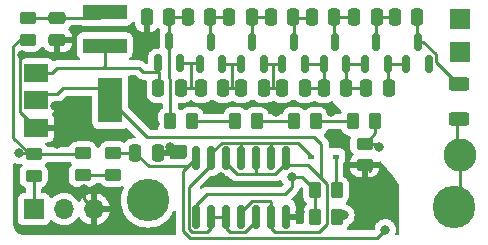
<source format=gtl>
G04 #@! TF.GenerationSoftware,KiCad,Pcbnew,5.99.0-unknown-50e22de3ba~95~ubuntu20.04.1*
G04 #@! TF.CreationDate,2021-01-21T15:56:49+09:00*
G04 #@! TF.ProjectId,OpenRover-4,4f70656e-526f-4766-9572-2d342e6b6963,rev?*
G04 #@! TF.SameCoordinates,Original*
G04 #@! TF.FileFunction,Copper,L1,Top*
G04 #@! TF.FilePolarity,Positive*
%FSLAX46Y46*%
G04 Gerber Fmt 4.6, Leading zero omitted, Abs format (unit mm)*
G04 Created by KiCad (PCBNEW 5.99.0-unknown-50e22de3ba~95~ubuntu20.04.1) date 2021-01-21 15:56:49*
%MOMM*%
%LPD*%
G01*
G04 APERTURE LIST*
G04 Aperture macros list*
%AMRoundRect*
0 Rectangle with rounded corners*
0 $1 Rounding radius*
0 $2 $3 $4 $5 $6 $7 $8 $9 X,Y pos of 4 corners*
0 Add a 4 corners polygon primitive as box body*
4,1,4,$2,$3,$4,$5,$6,$7,$8,$9,$2,$3,0*
0 Add four circle primitives for the rounded corners*
1,1,$1+$1,$2,$3*
1,1,$1+$1,$4,$5*
1,1,$1+$1,$6,$7*
1,1,$1+$1,$8,$9*
0 Add four rect primitives between the rounded corners*
20,1,$1+$1,$2,$3,$4,$5,0*
20,1,$1+$1,$4,$5,$6,$7,0*
20,1,$1+$1,$6,$7,$8,$9,0*
20,1,$1+$1,$8,$9,$2,$3,0*%
G04 Aperture macros list end*
G04 #@! TA.AperFunction,SMDPad,CuDef*
%ADD10RoundRect,0.250000X0.450000X-0.262500X0.450000X0.262500X-0.450000X0.262500X-0.450000X-0.262500X0*%
G04 #@! TD*
G04 #@! TA.AperFunction,SMDPad,CuDef*
%ADD11RoundRect,0.250000X-0.250000X-0.475000X0.250000X-0.475000X0.250000X0.475000X-0.250000X0.475000X0*%
G04 #@! TD*
G04 #@! TA.AperFunction,ComponentPad*
%ADD12C,2.800000*%
G04 #@! TD*
G04 #@! TA.AperFunction,SMDPad,CuDef*
%ADD13RoundRect,0.150000X0.150000X-0.587500X0.150000X0.587500X-0.150000X0.587500X-0.150000X-0.587500X0*%
G04 #@! TD*
G04 #@! TA.AperFunction,ComponentPad*
%ADD14C,3.600000*%
G04 #@! TD*
G04 #@! TA.AperFunction,SMDPad,CuDef*
%ADD15RoundRect,0.250000X0.262500X0.450000X-0.262500X0.450000X-0.262500X-0.450000X0.262500X-0.450000X0*%
G04 #@! TD*
G04 #@! TA.AperFunction,SMDPad,CuDef*
%ADD16R,0.600000X0.450000*%
G04 #@! TD*
G04 #@! TA.AperFunction,SMDPad,CuDef*
%ADD17RoundRect,0.250000X-0.450000X0.262500X-0.450000X-0.262500X0.450000X-0.262500X0.450000X0.262500X0*%
G04 #@! TD*
G04 #@! TA.AperFunction,SMDPad,CuDef*
%ADD18RoundRect,0.250000X-0.475000X0.250000X-0.475000X-0.250000X0.475000X-0.250000X0.475000X0.250000X0*%
G04 #@! TD*
G04 #@! TA.AperFunction,ComponentPad*
%ADD19R,1.700000X1.700000*%
G04 #@! TD*
G04 #@! TA.AperFunction,ComponentPad*
%ADD20O,1.700000X1.700000*%
G04 #@! TD*
G04 #@! TA.AperFunction,SMDPad,CuDef*
%ADD21RoundRect,0.250000X-0.625000X0.312500X-0.625000X-0.312500X0.625000X-0.312500X0.625000X0.312500X0*%
G04 #@! TD*
G04 #@! TA.AperFunction,SMDPad,CuDef*
%ADD22RoundRect,0.250100X-0.449900X0.262400X-0.449900X-0.262400X0.449900X-0.262400X0.449900X0.262400X0*%
G04 #@! TD*
G04 #@! TA.AperFunction,SMDPad,CuDef*
%ADD23R,3.700000X1.200000*%
G04 #@! TD*
G04 #@! TA.AperFunction,SMDPad,CuDef*
%ADD24RoundRect,0.250000X-0.262500X-0.450000X0.262500X-0.450000X0.262500X0.450000X-0.262500X0.450000X0*%
G04 #@! TD*
G04 #@! TA.AperFunction,SMDPad,CuDef*
%ADD25RoundRect,0.150000X0.150000X-0.825000X0.150000X0.825000X-0.150000X0.825000X-0.150000X-0.825000X0*%
G04 #@! TD*
G04 #@! TA.AperFunction,SMDPad,CuDef*
%ADD26R,2.000000X1.500000*%
G04 #@! TD*
G04 #@! TA.AperFunction,SMDPad,CuDef*
%ADD27R,2.000000X3.800000*%
G04 #@! TD*
G04 #@! TA.AperFunction,ViaPad*
%ADD28C,0.800000*%
G04 #@! TD*
G04 #@! TA.AperFunction,Conductor*
%ADD29C,0.250000*%
G04 #@! TD*
G04 APERTURE END LIST*
D10*
X128500000Y-72412500D03*
X128500000Y-70587500D03*
D11*
X145050000Y-59000000D03*
X146950000Y-59000000D03*
D12*
X164600000Y-70650000D03*
D13*
X156550000Y-62937500D03*
X158450000Y-62937500D03*
X157500000Y-61062500D03*
D14*
X164100000Y-75075000D03*
D13*
X142550000Y-62937500D03*
X144450000Y-62937500D03*
X143500000Y-61062500D03*
D11*
X152050000Y-59000000D03*
X153950000Y-59000000D03*
D13*
X139004000Y-62913500D03*
X140904000Y-62913500D03*
X139954000Y-61038500D03*
D11*
X137100000Y-70500000D03*
X139000000Y-70500000D03*
D15*
X152376500Y-67818000D03*
X150551500Y-67818000D03*
D11*
X148550000Y-59000000D03*
X150450000Y-59000000D03*
D15*
X157376500Y-67818000D03*
X155551500Y-67818000D03*
D13*
X149550000Y-62937500D03*
X151450000Y-62937500D03*
X150500000Y-61062500D03*
D16*
X151950000Y-70794000D03*
X154050000Y-70794000D03*
D17*
X135225000Y-70512500D03*
X135225000Y-72337500D03*
D14*
X138176000Y-74500000D03*
D13*
X153050000Y-62937500D03*
X154950000Y-62937500D03*
X154000000Y-61062500D03*
D18*
X130500000Y-59050000D03*
X130500000Y-60950000D03*
D11*
X153050000Y-65000000D03*
X154950000Y-65000000D03*
D19*
X128500000Y-75250000D03*
D20*
X131040000Y-75250000D03*
X133580000Y-75250000D03*
D21*
X164475000Y-64687500D03*
X164475000Y-67612500D03*
D11*
X138050000Y-59000000D03*
X139950000Y-59000000D03*
D22*
X156500000Y-69699500D03*
D17*
X156500000Y-71524500D03*
D11*
X139050000Y-65000000D03*
X140950000Y-65000000D03*
X149550000Y-65000000D03*
X151450000Y-65000000D03*
X146050000Y-65000000D03*
X147950000Y-65000000D03*
D19*
X164620000Y-59166000D03*
D23*
X134500000Y-58600000D03*
X134500000Y-61400000D03*
D24*
X140051500Y-67818000D03*
X141876500Y-67818000D03*
D11*
X156638000Y-65000000D03*
X158538000Y-65000000D03*
D25*
X142240000Y-75881000D03*
X143510000Y-75881000D03*
X144780000Y-75881000D03*
X146050000Y-75881000D03*
X147320000Y-75881000D03*
X148590000Y-75881000D03*
X149860000Y-75881000D03*
X149860000Y-70931000D03*
X148590000Y-70931000D03*
X147320000Y-70931000D03*
X146050000Y-70931000D03*
X144780000Y-70931000D03*
X143510000Y-70931000D03*
X142240000Y-70931000D03*
D10*
X128000000Y-60912500D03*
X128000000Y-59087500D03*
D15*
X147376500Y-67818000D03*
X145551500Y-67818000D03*
D24*
X152337500Y-75946000D03*
X154162500Y-75946000D03*
X152337500Y-73660000D03*
X154162500Y-73660000D03*
D11*
X155638000Y-59000000D03*
X157538000Y-59000000D03*
X142638000Y-65000000D03*
X144538000Y-65000000D03*
D26*
X128676000Y-63740000D03*
D27*
X134976000Y-66040000D03*
D26*
X128676000Y-66040000D03*
X128676000Y-68340000D03*
D13*
X160050000Y-62937500D03*
X161950000Y-62937500D03*
X161000000Y-61062500D03*
D11*
X159050000Y-59000000D03*
X160950000Y-59000000D03*
X141550000Y-59000000D03*
X143450000Y-59000000D03*
D19*
X164620000Y-61960000D03*
D17*
X132650000Y-70537500D03*
X132650000Y-72362500D03*
D13*
X146050000Y-62937500D03*
X147950000Y-62937500D03*
X147000000Y-61062500D03*
D28*
X150368000Y-72555800D03*
X132500000Y-66390200D03*
X127481000Y-62208000D03*
X138750000Y-68000000D03*
X157250000Y-74750000D03*
X130313000Y-66559400D03*
X140000000Y-70000000D03*
X153670000Y-67056000D03*
X149000000Y-67000000D03*
X137750000Y-62250000D03*
X151000000Y-75500000D03*
X130500000Y-69750000D03*
X144365000Y-72557800D03*
X132720000Y-73522100D03*
X137000000Y-65750000D03*
X127250000Y-70500000D03*
X158250000Y-77000000D03*
X154750000Y-75750000D03*
X157750000Y-70000000D03*
D29*
X151233000Y-72555800D02*
X152338000Y-73660000D01*
X142240000Y-74906000D02*
X143146000Y-74000000D01*
X142240000Y-75881000D02*
X142240000Y-74906000D01*
X149750000Y-74000000D02*
X150368000Y-73382000D01*
X150368000Y-72555800D02*
X151233000Y-72555800D01*
X152338000Y-74803000D02*
X152337500Y-74803500D01*
X152338000Y-73660000D02*
X152338000Y-74803000D01*
X152338000Y-73538900D02*
X152337500Y-73539400D01*
X152337500Y-73539400D02*
X152337500Y-73660000D01*
X152337500Y-74803500D02*
X152337500Y-75946000D01*
X152338000Y-74803000D02*
X152338000Y-75946000D01*
X150368000Y-73382000D02*
X150368000Y-72555800D01*
X152338000Y-73417900D02*
X152338000Y-73538900D01*
X143146000Y-74000000D02*
X149750000Y-74000000D01*
X152338000Y-73538900D02*
X152338000Y-73660000D01*
X139000000Y-70500000D02*
X139500000Y-70500000D01*
X132720000Y-73522100D02*
X132720000Y-74390000D01*
X139500000Y-70500000D02*
X140000000Y-70000000D01*
X137750000Y-62250000D02*
X138087500Y-61912500D01*
X151210000Y-75710000D02*
X151000000Y-75500000D01*
X140103000Y-70358000D02*
X140000000Y-70255000D01*
X138087500Y-61912500D02*
X138087500Y-59000000D01*
X138000000Y-62000000D02*
X138000000Y-61000000D01*
X138750000Y-67500000D02*
X138750000Y-68000000D01*
X151210000Y-76343900D02*
X151210000Y-75710000D01*
X137750000Y-62250000D02*
X138000000Y-62000000D01*
X127350989Y-67014989D02*
X128676000Y-68340000D01*
X127350989Y-62338011D02*
X127350989Y-67014989D01*
X140000000Y-70255000D02*
X140000000Y-70000000D01*
X137000000Y-65750000D02*
X138750000Y-67500000D01*
X157000000Y-72024500D02*
X156500000Y-71524500D01*
X127481000Y-62208000D02*
X127350989Y-62338011D01*
X132720000Y-74390000D02*
X133580000Y-75250000D01*
X134050000Y-59050000D02*
X134500000Y-58600000D01*
X128000000Y-59087500D02*
X130462000Y-59087500D01*
X130500000Y-59050000D02*
X134050000Y-59050000D01*
X130462000Y-59087500D02*
X130500000Y-59050000D01*
X139087500Y-64328500D02*
X139087500Y-65000000D01*
X134374600Y-63294700D02*
X134568000Y-63101300D01*
X139088000Y-63656000D02*
X138943400Y-63656000D01*
X139088000Y-65000000D02*
X139088000Y-64328000D01*
X139004000Y-63595400D02*
X139004000Y-62913500D01*
X137423000Y-63294700D02*
X134374600Y-63294700D01*
X139088000Y-64328000D02*
X139088000Y-63656000D01*
X134374600Y-63294700D02*
X130447000Y-63294700D01*
X137784000Y-63656000D02*
X137423000Y-63294700D01*
X134500000Y-61400000D02*
X134568000Y-61468000D01*
X134568000Y-63101300D02*
X134568000Y-61468000D01*
X130001000Y-63740000D02*
X128676000Y-63740000D01*
X139088000Y-64328000D02*
X139087500Y-64328500D01*
X138943400Y-63656000D02*
X139004000Y-63595400D01*
X130447000Y-63294700D02*
X130001000Y-63740000D01*
X138943400Y-63656000D02*
X137784000Y-63656000D01*
X146050000Y-62937500D02*
X145294000Y-62937500D01*
X144500500Y-65000000D02*
X145294000Y-65000000D01*
X145294000Y-62937500D02*
X144450000Y-62937500D01*
X144500000Y-65000000D02*
X144500500Y-65000000D01*
X145294000Y-65000000D02*
X146087500Y-65000000D01*
X146087500Y-65000000D02*
X146088000Y-65000000D01*
X145294000Y-65000000D02*
X145294000Y-62937500D01*
X140052000Y-67818000D02*
X140052000Y-66809500D01*
X140052000Y-64262300D02*
X139912000Y-64123300D01*
X141587500Y-59000000D02*
X141588000Y-59000000D01*
X139912500Y-59000000D02*
X141587500Y-59000000D01*
X140051500Y-66810000D02*
X140051500Y-67818000D01*
X140052000Y-66809500D02*
X140051500Y-66810000D01*
X139912000Y-64123300D02*
X139912000Y-60537600D01*
X139954000Y-60579600D02*
X139954000Y-61038500D01*
X139912000Y-60537600D02*
X139954000Y-60579600D01*
X141588000Y-59000000D02*
X141946000Y-59358500D01*
X139912000Y-59000000D02*
X139912500Y-59000000D01*
X140052000Y-66809500D02*
X140052000Y-64262300D01*
X139912000Y-60537600D02*
X139912000Y-59000000D01*
X141756000Y-65000000D02*
X141810000Y-64945500D01*
X141756000Y-65000000D02*
X140912500Y-65000000D01*
X142526000Y-62913500D02*
X142550000Y-62937500D01*
X141810000Y-62913500D02*
X142526000Y-62913500D01*
X142675500Y-65000000D02*
X141756000Y-65000000D01*
X140912500Y-65000000D02*
X140912000Y-65000000D01*
X140904000Y-62913500D02*
X141810000Y-62913500D01*
X142676000Y-65000000D02*
X142675500Y-65000000D01*
X141810000Y-64945500D02*
X141810000Y-62913500D01*
X142628000Y-62859000D02*
X142550000Y-62937500D01*
X143412000Y-59000000D02*
X143412500Y-59000000D01*
X143412000Y-60975000D02*
X143412000Y-59000000D01*
X143500000Y-61062500D02*
X143412000Y-60975000D01*
X143412500Y-59000000D02*
X145087500Y-59000000D01*
X145087500Y-59000000D02*
X145088000Y-59000000D01*
X153087500Y-65000000D02*
X153088000Y-65000000D01*
X153050000Y-62937500D02*
X151450000Y-62937500D01*
X151412000Y-65000000D02*
X151412500Y-65000000D01*
X153050000Y-65000000D02*
X153050000Y-62937500D01*
X151412500Y-65000000D02*
X153050000Y-65000000D01*
X153050000Y-65000000D02*
X153087500Y-65000000D01*
X147000000Y-59087500D02*
X146912300Y-59000200D01*
X146912300Y-59000200D02*
X146912000Y-59000000D01*
X148587500Y-59000000D02*
X147088000Y-59000000D01*
X148588000Y-59000000D02*
X148587500Y-59000000D01*
X147088000Y-59000000D02*
X147000000Y-59087500D01*
X146912500Y-59000000D02*
X146912300Y-59000200D01*
X147000000Y-61062500D02*
X147000000Y-59087500D01*
X147912000Y-65000000D02*
X147912500Y-65000000D01*
X148750000Y-65000000D02*
X149587500Y-65000000D01*
X148750000Y-65000000D02*
X148750000Y-62937500D01*
X149587500Y-65000000D02*
X149588000Y-65000000D01*
X148750000Y-62937500D02*
X149550000Y-62937500D01*
X147912500Y-65000000D02*
X148750000Y-65000000D01*
X147950000Y-62937500D02*
X148750000Y-62937500D01*
X153912500Y-59000000D02*
X155675500Y-59000000D01*
X155675500Y-59000000D02*
X155676000Y-59000000D01*
X154000000Y-61062500D02*
X153912000Y-60975000D01*
X153912000Y-60975000D02*
X153912000Y-59000000D01*
X153912000Y-59000000D02*
X153912500Y-59000000D01*
X154912500Y-65000000D02*
X154912000Y-65000000D01*
X154950000Y-62937500D02*
X156550000Y-62937500D01*
X154950000Y-65000000D02*
X154950000Y-62937500D01*
X156675500Y-65000000D02*
X154950000Y-65000000D01*
X154950000Y-65000000D02*
X154912500Y-65000000D01*
X156676000Y-65000000D02*
X156675500Y-65000000D01*
X157500000Y-59000000D02*
X157500000Y-61062500D01*
X159087500Y-59000000D02*
X157500500Y-59000000D01*
X157500500Y-59000000D02*
X157500000Y-59000000D01*
X159088000Y-59000000D02*
X159087500Y-59000000D01*
X160050000Y-62937500D02*
X158450000Y-62937500D01*
X158450000Y-64949500D02*
X158450000Y-62937500D01*
X158500000Y-65000000D02*
X158450000Y-64949500D01*
X158500500Y-65000000D02*
X158500000Y-65000000D01*
X152000000Y-59087500D02*
X152087700Y-59000200D01*
X152087500Y-59000000D02*
X152087700Y-59000200D01*
X152087700Y-59000200D02*
X152088000Y-59000000D01*
X150500000Y-59087500D02*
X152000000Y-59087500D01*
X150412300Y-59000200D02*
X150412000Y-59000000D01*
X150500000Y-59087500D02*
X150412300Y-59000200D01*
X150412500Y-59000000D02*
X150412300Y-59000200D01*
X150500000Y-61062500D02*
X150500000Y-59087500D01*
X132600000Y-70587500D02*
X132650000Y-70537500D01*
X128000000Y-60912500D02*
X127300000Y-60912500D01*
X128412500Y-70500000D02*
X128500000Y-70587500D01*
X126755989Y-69192489D02*
X128151000Y-70587500D01*
X126755989Y-61456511D02*
X126755989Y-69192489D01*
X127250000Y-70500000D02*
X128412500Y-70500000D01*
X127300000Y-60912500D02*
X126755989Y-61456511D01*
X128151000Y-70587500D02*
X128500000Y-70587500D01*
X128000000Y-60912500D02*
X127391250Y-60912500D01*
X128500000Y-70587500D02*
X132600000Y-70587500D01*
X142240000Y-70931000D02*
X141545609Y-71625391D01*
X141164980Y-72006020D02*
X142240000Y-70931000D01*
X141164980Y-77089404D02*
X141164980Y-72006020D01*
X135225000Y-70512500D02*
X137087500Y-70512500D01*
X141545609Y-71625391D02*
X138225391Y-71625391D01*
X137087500Y-70512500D02*
X137100000Y-70500000D01*
X158250000Y-77000000D02*
X157583980Y-77666020D01*
X141741596Y-77666020D02*
X141164980Y-77089404D01*
X138225391Y-71625391D02*
X137100000Y-70500000D01*
X157583980Y-77666020D02*
X141741596Y-77666020D01*
X161484280Y-61062500D02*
X161000000Y-61062500D01*
X162575020Y-62814520D02*
X162575020Y-62153240D01*
X164338000Y-64577500D02*
X162575020Y-62814520D01*
X160950000Y-59000000D02*
X160950000Y-61012500D01*
X160950000Y-61012500D02*
X161000000Y-61062500D01*
X160912000Y-59000000D02*
X160912300Y-59000200D01*
X162575020Y-62153240D02*
X161484280Y-61062500D01*
X160912300Y-59000200D02*
X161000000Y-59087500D01*
X160912500Y-59000000D02*
X160912300Y-59000200D01*
X150841553Y-69624000D02*
X152011553Y-70794000D01*
X144414000Y-69624000D02*
X143510000Y-70527800D01*
X148590000Y-69624000D02*
X150841553Y-69624000D01*
X144780000Y-75881000D02*
X143510000Y-75881000D01*
X144780000Y-75881000D02*
X144780000Y-76856000D01*
X147320000Y-76257800D02*
X147320000Y-75881000D01*
X143510000Y-75881000D02*
X143510000Y-76856000D01*
X146397000Y-77181000D02*
X147320000Y-76257800D01*
X141615000Y-73385000D02*
X143510000Y-71490000D01*
X146050000Y-69624000D02*
X144414000Y-69624000D01*
X143150000Y-77216000D02*
X141928000Y-77216000D01*
X144780000Y-76856000D02*
X145105000Y-77181000D01*
X143510000Y-76856000D02*
X143150000Y-77216000D01*
X148590000Y-69624000D02*
X148590000Y-70931000D01*
X143510000Y-70527800D02*
X143510000Y-70931000D01*
X141615000Y-76902800D02*
X141615000Y-73385000D01*
X146050000Y-69624000D02*
X146050000Y-70931000D01*
X143510000Y-71490000D02*
X143510000Y-70931000D01*
X141928000Y-77216000D02*
X141615000Y-76902800D01*
X146050000Y-69624000D02*
X148590000Y-69624000D01*
X145105000Y-77181000D02*
X146397000Y-77181000D01*
X128676000Y-65500000D02*
X130500000Y-65500000D01*
X149860000Y-71370600D02*
X149860000Y-70931000D01*
X147320000Y-72270700D02*
X147320000Y-70931000D01*
X128676000Y-66040000D02*
X128676000Y-65500000D01*
X138110000Y-69174000D02*
X134976000Y-66040000D01*
X148495000Y-74581000D02*
X146973000Y-74581000D01*
X134976000Y-66040000D02*
X134976000Y-65504300D01*
X152424000Y-69342000D02*
X152414000Y-69342000D01*
X153325000Y-76484200D02*
X153325000Y-73121800D01*
X152851659Y-69769659D02*
X152424000Y-69342000D01*
X146050000Y-75504200D02*
X146050000Y-75881000D01*
X148960000Y-72270700D02*
X149860000Y-71370600D01*
X151723000Y-71519400D02*
X150223000Y-71519400D01*
X146973000Y-74581000D02*
X146050000Y-75504200D01*
X134976000Y-65000000D02*
X134976000Y-65504300D01*
X144780000Y-71369900D02*
X144780000Y-70931000D01*
X147320000Y-72270700D02*
X148960000Y-72270700D01*
X147320000Y-72270700D02*
X145681000Y-72270700D01*
X130500000Y-65500000D02*
X131000000Y-65000000D01*
X152246000Y-69174000D02*
X138110000Y-69174000D01*
X149860000Y-71370600D02*
X150009000Y-71519400D01*
X148590000Y-75881000D02*
X148590000Y-76856000D01*
X150009000Y-71519400D02*
X150223000Y-71519400D01*
X148590000Y-74676000D02*
X148495000Y-74581000D01*
X131000000Y-65000000D02*
X134976000Y-65000000D01*
X145681000Y-72270700D02*
X144780000Y-71369900D01*
X152414000Y-69342000D02*
X152246000Y-69174000D01*
X148590000Y-76856000D02*
X148915000Y-77181000D01*
X153325000Y-73121800D02*
X151723000Y-71519400D01*
X152851659Y-72648341D02*
X152851659Y-69769659D01*
X152628000Y-77181000D02*
X153325000Y-76484200D01*
X148915000Y-77181000D02*
X152628000Y-77181000D01*
X148590000Y-75881000D02*
X148590000Y-74676000D01*
X150223000Y-71519400D02*
X151723000Y-71519400D01*
X154050000Y-73547500D02*
X154162500Y-73660000D01*
X154162000Y-73660000D02*
X154162300Y-73659800D01*
X154050000Y-70794000D02*
X154050000Y-73547500D01*
X154162500Y-73660000D02*
X154162300Y-73659800D01*
X135200000Y-72362500D02*
X135225000Y-72337500D01*
X132650000Y-72362500D02*
X135200000Y-72362500D01*
X164700000Y-70530000D02*
X164592000Y-70638000D01*
X164592000Y-74128000D02*
X164140000Y-74580000D01*
X164338000Y-70168000D02*
X164700000Y-70530000D01*
X164338000Y-67502500D02*
X164338000Y-70168000D01*
X164592000Y-70638000D02*
X164592000Y-74128000D01*
X150551500Y-67818000D02*
X150552000Y-67818000D01*
X147376000Y-67818000D02*
X147376500Y-67818000D01*
X147376500Y-67818000D02*
X150551500Y-67818000D01*
X154358500Y-75750000D02*
X154162500Y-75946000D01*
X154162000Y-75946000D02*
X154162500Y-75946000D01*
X154750000Y-75750000D02*
X154358500Y-75750000D01*
X156500000Y-69699500D02*
X156699500Y-69699500D01*
X157376300Y-67818200D02*
X157540000Y-67981100D01*
X157449500Y-69699500D02*
X157750000Y-70000000D01*
X157376500Y-68823000D02*
X156500000Y-69699500D01*
X157376000Y-67818000D02*
X157376300Y-67818200D01*
X156500000Y-69699500D02*
X157449500Y-69699500D01*
X157376500Y-67818000D02*
X157376500Y-68823000D01*
X157376500Y-67818000D02*
X157376300Y-67818200D01*
X152376500Y-67818000D02*
X152376000Y-67818000D01*
X155552000Y-67818000D02*
X155551500Y-67818000D01*
X155551500Y-67818000D02*
X152376500Y-67818000D01*
X141876500Y-67818000D02*
X141876000Y-67818000D01*
X145551500Y-67818000D02*
X141876500Y-67818000D01*
X145552000Y-67818000D02*
X145551500Y-67818000D01*
X128500000Y-72412500D02*
X128500000Y-75250000D01*
G04 #@! TA.AperFunction,Conductor*
G36*
X131569261Y-71241002D02*
G01*
X131606509Y-71277911D01*
X131614269Y-71289747D01*
X131619583Y-71294781D01*
X131685480Y-71357206D01*
X131721178Y-71418576D01*
X131718030Y-71489502D01*
X131690300Y-71535332D01*
X131588642Y-71642645D01*
X131499825Y-71795555D01*
X131448567Y-71964796D01*
X131447992Y-71971236D01*
X131447992Y-71971237D01*
X131442535Y-72032386D01*
X131441500Y-72043978D01*
X131441500Y-72667886D01*
X131456978Y-72800643D01*
X131459474Y-72807521D01*
X131459475Y-72807523D01*
X131494770Y-72904759D01*
X131517313Y-72966864D01*
X131561563Y-73034357D01*
X131600852Y-73094282D01*
X131614269Y-73114747D01*
X131742645Y-73236358D01*
X131895555Y-73325175D01*
X132022494Y-73363621D01*
X132048499Y-73371497D01*
X132064796Y-73376433D01*
X132071236Y-73377008D01*
X132071237Y-73377008D01*
X132141185Y-73383251D01*
X132141191Y-73383251D01*
X132143978Y-73383500D01*
X133142886Y-73383500D01*
X133245177Y-73371574D01*
X133268371Y-73368870D01*
X133268372Y-73368870D01*
X133275643Y-73368022D01*
X133282521Y-73365526D01*
X133282523Y-73365525D01*
X133434985Y-73310184D01*
X133441864Y-73307687D01*
X133579183Y-73217657D01*
X133583628Y-73214743D01*
X133583629Y-73214742D01*
X133589747Y-73210731D01*
X133711358Y-73082355D01*
X133725089Y-73058715D01*
X133776599Y-73009856D01*
X133834043Y-72996000D01*
X134059749Y-72996000D01*
X134127870Y-73016002D01*
X134165121Y-73052915D01*
X134184423Y-73082355D01*
X134189269Y-73089747D01*
X134317645Y-73211358D01*
X134470555Y-73300175D01*
X134639796Y-73351433D01*
X134646236Y-73352008D01*
X134646237Y-73352008D01*
X134716185Y-73358251D01*
X134716191Y-73358251D01*
X134718978Y-73358500D01*
X135717886Y-73358500D01*
X135816918Y-73346954D01*
X135843371Y-73343870D01*
X135843372Y-73343870D01*
X135850643Y-73343022D01*
X135915936Y-73319322D01*
X135948126Y-73307638D01*
X136018984Y-73303197D01*
X136080994Y-73337770D01*
X136114469Y-73400380D01*
X136108780Y-73471148D01*
X136104127Y-73481797D01*
X136038605Y-73614662D01*
X136037280Y-73618567D01*
X136037279Y-73618568D01*
X135942879Y-73896663D01*
X135941331Y-73901222D01*
X135940527Y-73905266D01*
X135940525Y-73905272D01*
X135888103Y-74168815D01*
X135882292Y-74198028D01*
X135882023Y-74202133D01*
X135882022Y-74202140D01*
X135868567Y-74407437D01*
X135862500Y-74500000D01*
X135862770Y-74504119D01*
X135881973Y-74797098D01*
X135882292Y-74801972D01*
X135883094Y-74806005D01*
X135883095Y-74806011D01*
X135940525Y-75094728D01*
X135941331Y-75098778D01*
X135942658Y-75102687D01*
X135942659Y-75102691D01*
X136034323Y-75372723D01*
X136038605Y-75385338D01*
X136066932Y-75442780D01*
X136154887Y-75621135D01*
X136172450Y-75656750D01*
X136340577Y-75908370D01*
X136540108Y-76135892D01*
X136767630Y-76335423D01*
X137019250Y-76503550D01*
X137022949Y-76505374D01*
X137022954Y-76505377D01*
X137130191Y-76558260D01*
X137290662Y-76637395D01*
X137294567Y-76638720D01*
X137294568Y-76638721D01*
X137573309Y-76733341D01*
X137573313Y-76733342D01*
X137577222Y-76734669D01*
X137581266Y-76735473D01*
X137581272Y-76735475D01*
X137869989Y-76792905D01*
X137869995Y-76792906D01*
X137874028Y-76793708D01*
X137878133Y-76793977D01*
X137878140Y-76793978D01*
X138171881Y-76813230D01*
X138176000Y-76813500D01*
X138180119Y-76813230D01*
X138473860Y-76793978D01*
X138473867Y-76793977D01*
X138477972Y-76793708D01*
X138482005Y-76792906D01*
X138482011Y-76792905D01*
X138770728Y-76735475D01*
X138770734Y-76735473D01*
X138774778Y-76734669D01*
X138778687Y-76733342D01*
X138778691Y-76733341D01*
X139057432Y-76638721D01*
X139057433Y-76638720D01*
X139061338Y-76637395D01*
X139221809Y-76558260D01*
X139329046Y-76505377D01*
X139329051Y-76505374D01*
X139332750Y-76503550D01*
X139584370Y-76335423D01*
X139811892Y-76135892D01*
X140011423Y-75908370D01*
X140179550Y-75656750D01*
X140197114Y-75621135D01*
X140292474Y-75427762D01*
X140340542Y-75375513D01*
X140409228Y-75357546D01*
X140476723Y-75379565D01*
X140521600Y-75434580D01*
X140531480Y-75483490D01*
X140531480Y-77011020D01*
X140530966Y-77021924D01*
X140529314Y-77029315D01*
X140529563Y-77037241D01*
X140529563Y-77037242D01*
X140531418Y-77096270D01*
X140531480Y-77100227D01*
X140531480Y-77128982D01*
X140531976Y-77132907D01*
X140531976Y-77132908D01*
X140532019Y-77133247D01*
X140532952Y-77145091D01*
X140534341Y-77189287D01*
X140536553Y-77196899D01*
X140539992Y-77208737D01*
X140544002Y-77228100D01*
X140545020Y-77236156D01*
X140546540Y-77248192D01*
X140549456Y-77255557D01*
X140549457Y-77255561D01*
X140562817Y-77289305D01*
X140566659Y-77300526D01*
X140568289Y-77306135D01*
X140568092Y-77377132D01*
X140529542Y-77436751D01*
X140464879Y-77466064D01*
X140447332Y-77467297D01*
X127820524Y-77469982D01*
X127798876Y-77468112D01*
X127785461Y-77465774D01*
X127780594Y-77465686D01*
X127683864Y-77463937D01*
X127676255Y-77463569D01*
X127658659Y-77462184D01*
X127648836Y-77461022D01*
X127559817Y-77446923D01*
X127519028Y-77440463D01*
X127509320Y-77438531D01*
X127505660Y-77437652D01*
X127496148Y-77434969D01*
X127371155Y-77394356D01*
X127361886Y-77390937D01*
X127358817Y-77389666D01*
X127358426Y-77389504D01*
X127349436Y-77385360D01*
X127232321Y-77325686D01*
X127223681Y-77320847D01*
X127220493Y-77318893D01*
X127212277Y-77313403D01*
X127167166Y-77280628D01*
X127105936Y-77236142D01*
X127098181Y-77230028D01*
X127095309Y-77227575D01*
X127088055Y-77220869D01*
X126995127Y-77127940D01*
X126988412Y-77120676D01*
X126985971Y-77117818D01*
X126979846Y-77110048D01*
X126902599Y-77003726D01*
X126897105Y-76995504D01*
X126895150Y-76992314D01*
X126890313Y-76983678D01*
X126830641Y-76866566D01*
X126826494Y-76857569D01*
X126825060Y-76854106D01*
X126821641Y-76844837D01*
X126781030Y-76719852D01*
X126778350Y-76710353D01*
X126777466Y-76706669D01*
X126775539Y-76696985D01*
X126759691Y-76596923D01*
X126754977Y-76567156D01*
X126753814Y-76557332D01*
X126753375Y-76551747D01*
X126752431Y-76539758D01*
X126752064Y-76532152D01*
X126750366Y-76438299D01*
X126750285Y-76433816D01*
X126749457Y-76428691D01*
X126747616Y-76417312D01*
X126746000Y-76397197D01*
X126746000Y-71464100D01*
X126766002Y-71395979D01*
X126819658Y-71349486D01*
X126889932Y-71339382D01*
X126923250Y-71348994D01*
X126961678Y-71366104D01*
X126961686Y-71366107D01*
X126967713Y-71368790D01*
X127050363Y-71386358D01*
X127148056Y-71407124D01*
X127148061Y-71407124D01*
X127154513Y-71408496D01*
X127345487Y-71408496D01*
X127359767Y-71405461D01*
X127402862Y-71396301D01*
X127473652Y-71401703D01*
X127530285Y-71444520D01*
X127554778Y-71511158D01*
X127539357Y-71580459D01*
X127520532Y-71606200D01*
X127438642Y-71692645D01*
X127349825Y-71845555D01*
X127298567Y-72014796D01*
X127297992Y-72021236D01*
X127297992Y-72021237D01*
X127292369Y-72084246D01*
X127291500Y-72093978D01*
X127291500Y-72717886D01*
X127300807Y-72797711D01*
X127305466Y-72837671D01*
X127306978Y-72850643D01*
X127309474Y-72857521D01*
X127309475Y-72857523D01*
X127336900Y-72933077D01*
X127367313Y-73016864D01*
X127464269Y-73164747D01*
X127592645Y-73286358D01*
X127745555Y-73375175D01*
X127752562Y-73377297D01*
X127752566Y-73377299D01*
X127777023Y-73384706D01*
X127836421Y-73423595D01*
X127865365Y-73488424D01*
X127866500Y-73505296D01*
X127866500Y-73760500D01*
X127846498Y-73828621D01*
X127792842Y-73875114D01*
X127740500Y-73886500D01*
X127650000Y-73886500D01*
X127576921Y-73891727D01*
X127523884Y-73907300D01*
X127445330Y-73930365D01*
X127445328Y-73930366D01*
X127436684Y-73932904D01*
X127416350Y-73945972D01*
X127321309Y-74007051D01*
X127321306Y-74007053D01*
X127313729Y-74011923D01*
X127307828Y-74018733D01*
X127223918Y-74115569D01*
X127223916Y-74115572D01*
X127218016Y-74122381D01*
X127157300Y-74255330D01*
X127156018Y-74264245D01*
X127156018Y-74264246D01*
X127137139Y-74395552D01*
X127137138Y-74395559D01*
X127136500Y-74400000D01*
X127136500Y-76100000D01*
X127141727Y-76173079D01*
X127162063Y-76242337D01*
X127174350Y-76284182D01*
X127182904Y-76313316D01*
X127197527Y-76336069D01*
X127257051Y-76428691D01*
X127257053Y-76428694D01*
X127261923Y-76436271D01*
X127268733Y-76442172D01*
X127365569Y-76526082D01*
X127365572Y-76526084D01*
X127372381Y-76531984D01*
X127380579Y-76535728D01*
X127492998Y-76587068D01*
X127505330Y-76592700D01*
X127514245Y-76593982D01*
X127514246Y-76593982D01*
X127645552Y-76612861D01*
X127645559Y-76612862D01*
X127650000Y-76613500D01*
X129350000Y-76613500D01*
X129423079Y-76608273D01*
X129515636Y-76581096D01*
X129554670Y-76569635D01*
X129554672Y-76569634D01*
X129563316Y-76567096D01*
X129612125Y-76535728D01*
X129678691Y-76492949D01*
X129678694Y-76492947D01*
X129686271Y-76488077D01*
X129712203Y-76458150D01*
X129776082Y-76384431D01*
X129776084Y-76384428D01*
X129781984Y-76377619D01*
X129842700Y-76244670D01*
X129843320Y-76240360D01*
X129880432Y-76182610D01*
X129945012Y-76153117D01*
X130015286Y-76163220D01*
X130047335Y-76184270D01*
X130215629Y-76336069D01*
X130410406Y-76459439D01*
X130623184Y-76548228D01*
X130628387Y-76549425D01*
X130628392Y-76549426D01*
X130842678Y-76598701D01*
X130842683Y-76598702D01*
X130847881Y-76599897D01*
X130853209Y-76600200D01*
X130853212Y-76600200D01*
X131003877Y-76608755D01*
X131078071Y-76612968D01*
X131083378Y-76612368D01*
X131083380Y-76612368D01*
X131257354Y-76592700D01*
X131307173Y-76587068D01*
X131312288Y-76585587D01*
X131312292Y-76585586D01*
X131406655Y-76558260D01*
X131528635Y-76522937D01*
X131736125Y-76422409D01*
X131740463Y-76419309D01*
X131740468Y-76419306D01*
X131919370Y-76291459D01*
X131923711Y-76288357D01*
X132057779Y-76153115D01*
X132082277Y-76128403D01*
X132082278Y-76128402D01*
X132086030Y-76124617D01*
X132207953Y-75950816D01*
X132263449Y-75906536D01*
X132334075Y-75899289D01*
X132397407Y-75931375D01*
X132421781Y-75962958D01*
X132439550Y-75995617D01*
X132445402Y-76004491D01*
X132581486Y-76177113D01*
X132588750Y-76184875D01*
X132751967Y-76332094D01*
X132760444Y-76338528D01*
X132946122Y-76456136D01*
X132955567Y-76461053D01*
X133158406Y-76545694D01*
X133168545Y-76548950D01*
X133308345Y-76581096D01*
X133322422Y-76580257D01*
X133326000Y-76570999D01*
X133326000Y-75517548D01*
X133834000Y-75517548D01*
X133834000Y-76569941D01*
X133838151Y-76584079D01*
X133848798Y-76585774D01*
X133852192Y-76585096D01*
X134063333Y-76523954D01*
X134073259Y-76520143D01*
X134271065Y-76424307D01*
X134280212Y-76418876D01*
X134459041Y-76291083D01*
X134467149Y-76284182D01*
X134621893Y-76128082D01*
X134628706Y-76119933D01*
X134754940Y-75939988D01*
X134760295Y-75930787D01*
X134854399Y-75732156D01*
X134858123Y-75722197D01*
X134915968Y-75515718D01*
X134914430Y-75507351D01*
X134902137Y-75504000D01*
X133852115Y-75504000D01*
X133836876Y-75508475D01*
X133835671Y-75509865D01*
X133834000Y-75517548D01*
X133326000Y-75517548D01*
X133326000Y-73933717D01*
X133325328Y-73931430D01*
X133834000Y-73931430D01*
X133834000Y-74977885D01*
X133838475Y-74993124D01*
X133839865Y-74994329D01*
X133847548Y-74996000D01*
X134899079Y-74996000D01*
X134912610Y-74992027D01*
X134913876Y-74983218D01*
X134866954Y-74802433D01*
X134863419Y-74792395D01*
X134773147Y-74591998D01*
X134767967Y-74582692D01*
X134645218Y-74400366D01*
X134638557Y-74392080D01*
X134486830Y-74233030D01*
X134478873Y-74225990D01*
X134302523Y-74094782D01*
X134293486Y-74089178D01*
X134097550Y-73989559D01*
X134087699Y-73985559D01*
X133877778Y-73920378D01*
X133867396Y-73918095D01*
X133851959Y-73916049D01*
X133837792Y-73918246D01*
X133834000Y-73931430D01*
X133325328Y-73931430D01*
X133322027Y-73920186D01*
X133311420Y-73918661D01*
X133193554Y-73943391D01*
X133183358Y-73946451D01*
X132978932Y-74027182D01*
X132969396Y-74031916D01*
X132781486Y-74145942D01*
X132772896Y-74152206D01*
X132606884Y-74296264D01*
X132599464Y-74303895D01*
X132460100Y-74473860D01*
X132454079Y-74482622D01*
X132420427Y-74541739D01*
X132369344Y-74591045D01*
X132299714Y-74604906D01*
X132233643Y-74578922D01*
X132206405Y-74549773D01*
X132155297Y-74473860D01*
X132102627Y-74395626D01*
X131943482Y-74228799D01*
X131758504Y-74091171D01*
X131753753Y-74088755D01*
X131753749Y-74088753D01*
X131557740Y-73989097D01*
X131557739Y-73989097D01*
X131552982Y-73986678D01*
X131442887Y-73952492D01*
X131337895Y-73919891D01*
X131337889Y-73919890D01*
X131332792Y-73918307D01*
X131227798Y-73904391D01*
X131109515Y-73888714D01*
X131109510Y-73888714D01*
X131104230Y-73888014D01*
X131098900Y-73888214D01*
X131098899Y-73888214D01*
X131005320Y-73891727D01*
X130873831Y-73896663D01*
X130829246Y-73906018D01*
X130653411Y-73942912D01*
X130653408Y-73942913D01*
X130648184Y-73944009D01*
X130433740Y-74028697D01*
X130236631Y-74148306D01*
X130232601Y-74151803D01*
X130106406Y-74261309D01*
X130062492Y-74299415D01*
X130057339Y-74305700D01*
X130056364Y-74306365D01*
X130055390Y-74307366D01*
X130055186Y-74307168D01*
X129998681Y-74345695D01*
X129927710Y-74347628D01*
X129866961Y-74310885D01*
X129839008Y-74261309D01*
X129819634Y-74195329D01*
X129817096Y-74186684D01*
X129755713Y-74091171D01*
X129742949Y-74071309D01*
X129742947Y-74071306D01*
X129738077Y-74063729D01*
X129695384Y-74026735D01*
X129634431Y-73973918D01*
X129634428Y-73973916D01*
X129627619Y-73968016D01*
X129619421Y-73964272D01*
X129502864Y-73911042D01*
X129502863Y-73911042D01*
X129494670Y-73907300D01*
X129485755Y-73906018D01*
X129485754Y-73906018D01*
X129354448Y-73887139D01*
X129354441Y-73887138D01*
X129350000Y-73886500D01*
X129259500Y-73886500D01*
X129191379Y-73866498D01*
X129144886Y-73812842D01*
X129133500Y-73760500D01*
X129133500Y-73503478D01*
X129153502Y-73435357D01*
X129207158Y-73388864D01*
X129216510Y-73385039D01*
X129284983Y-73360185D01*
X129284985Y-73360184D01*
X129291864Y-73357687D01*
X129400659Y-73286358D01*
X129433628Y-73264743D01*
X129433629Y-73264742D01*
X129439747Y-73260731D01*
X129561358Y-73132355D01*
X129650175Y-72979445D01*
X129697417Y-72823465D01*
X129699558Y-72816395D01*
X129699558Y-72816394D01*
X129701433Y-72810204D01*
X129702182Y-72801810D01*
X129708251Y-72733815D01*
X129708251Y-72733809D01*
X129708500Y-72731022D01*
X129708500Y-72107114D01*
X129693022Y-71974357D01*
X129687305Y-71958605D01*
X129635184Y-71815015D01*
X129632687Y-71808136D01*
X129544915Y-71674261D01*
X129539743Y-71666372D01*
X129539742Y-71666371D01*
X129535731Y-71660253D01*
X129522999Y-71648192D01*
X129464520Y-71592794D01*
X129428822Y-71531424D01*
X129431970Y-71460498D01*
X129459700Y-71414668D01*
X129466847Y-71407124D01*
X129561358Y-71307355D01*
X129575089Y-71283715D01*
X129626599Y-71234856D01*
X129684043Y-71221000D01*
X131501140Y-71221000D01*
X131569261Y-71241002D01*
G37*
G04 #@! TD.AperFunction*
G04 #@! TA.AperFunction,Conductor*
G36*
X154528643Y-68471502D02*
G01*
X154575136Y-68525158D01*
X154578961Y-68534510D01*
X154601599Y-68596876D01*
X154606313Y-68609864D01*
X154703269Y-68757747D01*
X154831645Y-68879358D01*
X154984555Y-68968175D01*
X155153796Y-69019433D01*
X155160238Y-69020008D01*
X155172962Y-69021144D01*
X155223760Y-69025677D01*
X155289832Y-69051655D01*
X155331372Y-69109231D01*
X155335189Y-69180125D01*
X155333149Y-69187701D01*
X155298568Y-69301878D01*
X155297993Y-69308316D01*
X155297993Y-69308318D01*
X155291990Y-69375590D01*
X155291500Y-69381075D01*
X155291500Y-70004785D01*
X155291924Y-70008419D01*
X155291924Y-70008424D01*
X155297487Y-70056139D01*
X155306981Y-70137566D01*
X155367324Y-70303809D01*
X155464293Y-70451711D01*
X155469604Y-70456743D01*
X155469609Y-70456748D01*
X155535870Y-70519518D01*
X155571568Y-70580887D01*
X155568420Y-70651814D01*
X155540690Y-70697643D01*
X155444078Y-70799629D01*
X155435365Y-70811276D01*
X155353957Y-70951429D01*
X155348163Y-70964754D01*
X155300932Y-71120700D01*
X155298484Y-71133323D01*
X155292249Y-71203184D01*
X155292000Y-71208779D01*
X155292000Y-71252385D01*
X155296475Y-71267624D01*
X155297865Y-71268829D01*
X155305548Y-71270500D01*
X157689885Y-71270500D01*
X157705124Y-71266025D01*
X157726369Y-71241507D01*
X157735442Y-71224890D01*
X157797753Y-71190863D01*
X157868569Y-71195925D01*
X157923071Y-71235446D01*
X158876111Y-72431109D01*
X158881293Y-72438093D01*
X159387176Y-73171352D01*
X159409464Y-73242762D01*
X159413664Y-76975780D01*
X159408281Y-76994189D01*
X159411661Y-77000901D01*
X159413717Y-77023426D01*
X159414070Y-77337147D01*
X159394145Y-77405290D01*
X159340541Y-77451844D01*
X159288099Y-77463288D01*
X159238811Y-77463299D01*
X159228162Y-77463301D01*
X159160037Y-77443313D01*
X159113534Y-77389666D01*
X159103416Y-77319394D01*
X159108304Y-77298365D01*
X159108932Y-77296434D01*
X159143538Y-77189927D01*
X159162407Y-77010398D01*
X159165222Y-77003556D01*
X159162354Y-76989093D01*
X159144228Y-76816637D01*
X159144228Y-76816636D01*
X159143538Y-76810073D01*
X159138309Y-76793978D01*
X159105642Y-76693441D01*
X159084524Y-76628446D01*
X159077437Y-76616170D01*
X159030993Y-76535728D01*
X158989037Y-76463058D01*
X158982805Y-76456136D01*
X158865673Y-76326048D01*
X158865672Y-76326047D01*
X158861251Y-76321137D01*
X158855909Y-76317256D01*
X158855907Y-76317254D01*
X158712092Y-76212767D01*
X158712091Y-76212766D01*
X158706750Y-76208886D01*
X158700722Y-76206202D01*
X158700720Y-76206201D01*
X158538318Y-76133895D01*
X158538317Y-76133895D01*
X158532287Y-76131210D01*
X158438887Y-76111357D01*
X158351944Y-76092876D01*
X158351939Y-76092876D01*
X158345487Y-76091504D01*
X158154513Y-76091504D01*
X158148061Y-76092876D01*
X158148056Y-76092876D01*
X158061113Y-76111357D01*
X157967713Y-76131210D01*
X157961683Y-76133895D01*
X157961682Y-76133895D01*
X157799280Y-76206201D01*
X157799278Y-76206202D01*
X157793250Y-76208886D01*
X157787909Y-76212766D01*
X157787908Y-76212767D01*
X157644093Y-76317254D01*
X157644091Y-76317256D01*
X157638749Y-76321137D01*
X157634328Y-76326047D01*
X157634327Y-76326048D01*
X157517196Y-76456136D01*
X157510963Y-76463058D01*
X157469007Y-76535728D01*
X157422564Y-76616170D01*
X157415476Y-76628446D01*
X157394358Y-76693441D01*
X157361692Y-76793978D01*
X157356462Y-76810073D01*
X157355772Y-76816637D01*
X157355772Y-76816638D01*
X157344941Y-76919690D01*
X157317928Y-76985347D01*
X157259707Y-77025977D01*
X157219631Y-77032520D01*
X155151190Y-77032520D01*
X155083069Y-77012518D01*
X155036576Y-76958862D01*
X155026472Y-76888588D01*
X155042236Y-76843235D01*
X155121498Y-76706776D01*
X155121499Y-76706774D01*
X155125175Y-76700445D01*
X155151508Y-76613500D01*
X155152221Y-76611145D01*
X155191111Y-76551747D01*
X155205197Y-76541805D01*
X155206750Y-76541114D01*
X155306315Y-76468776D01*
X155355907Y-76432746D01*
X155355909Y-76432744D01*
X155361251Y-76428863D01*
X155489037Y-76286942D01*
X155574678Y-76138608D01*
X155581220Y-76127277D01*
X155581221Y-76127276D01*
X155584524Y-76121554D01*
X155643538Y-75939927D01*
X155663500Y-75750000D01*
X155643538Y-75560073D01*
X155627225Y-75509865D01*
X155586566Y-75384731D01*
X155584524Y-75378446D01*
X155578053Y-75367237D01*
X155525478Y-75276176D01*
X155489037Y-75213058D01*
X155382493Y-75094728D01*
X155365673Y-75076048D01*
X155365672Y-75076047D01*
X155361251Y-75071137D01*
X155355909Y-75067256D01*
X155355907Y-75067254D01*
X155212092Y-74962767D01*
X155212091Y-74962766D01*
X155206750Y-74958886D01*
X155200722Y-74956202D01*
X155200720Y-74956201D01*
X155038318Y-74883895D01*
X155038317Y-74883895D01*
X155032287Y-74881210D01*
X155025832Y-74879838D01*
X155025823Y-74879835D01*
X155008039Y-74876055D01*
X154945566Y-74842327D01*
X154911245Y-74780177D01*
X154915973Y-74709338D01*
X154942764Y-74666157D01*
X155031320Y-74572674D01*
X155031323Y-74572670D01*
X155036358Y-74567355D01*
X155125175Y-74414445D01*
X155176433Y-74245204D01*
X155178181Y-74225616D01*
X155183251Y-74168815D01*
X155183251Y-74168809D01*
X155183500Y-74166022D01*
X155183500Y-73167114D01*
X155168022Y-73034357D01*
X155161673Y-73016864D01*
X155110184Y-72875015D01*
X155107687Y-72868136D01*
X155029780Y-72749307D01*
X155014743Y-72726372D01*
X155014742Y-72726371D01*
X155010731Y-72720253D01*
X154882355Y-72598642D01*
X154746215Y-72519565D01*
X154697356Y-72468055D01*
X154683500Y-72410612D01*
X154683500Y-71792048D01*
X155292000Y-71792048D01*
X155292000Y-71826223D01*
X155292424Y-71833524D01*
X155306617Y-71955255D01*
X155309963Y-71969410D01*
X155365263Y-72121761D01*
X155371773Y-72134760D01*
X155460641Y-72270306D01*
X155469965Y-72281458D01*
X155587629Y-72392922D01*
X155599276Y-72401635D01*
X155739429Y-72483043D01*
X155752754Y-72488837D01*
X155908700Y-72536068D01*
X155921323Y-72538516D01*
X155991184Y-72544751D01*
X155996779Y-72545000D01*
X156227885Y-72545000D01*
X156243124Y-72540525D01*
X156244329Y-72539135D01*
X156246000Y-72531452D01*
X156246000Y-71796615D01*
X156244659Y-71792048D01*
X156754000Y-71792048D01*
X156754000Y-72526885D01*
X156758475Y-72542124D01*
X156759865Y-72543329D01*
X156767548Y-72545000D01*
X156989223Y-72545000D01*
X156996524Y-72544576D01*
X157118255Y-72530383D01*
X157132410Y-72527037D01*
X157284761Y-72471737D01*
X157297760Y-72465227D01*
X157433306Y-72376359D01*
X157444458Y-72367035D01*
X157555922Y-72249371D01*
X157564635Y-72237724D01*
X157646043Y-72097571D01*
X157651837Y-72084246D01*
X157699068Y-71928300D01*
X157701516Y-71915677D01*
X157707751Y-71845816D01*
X157708000Y-71840221D01*
X157708000Y-71796615D01*
X157703525Y-71781376D01*
X157702135Y-71780171D01*
X157694452Y-71778500D01*
X156772115Y-71778500D01*
X156756876Y-71782975D01*
X156755671Y-71784365D01*
X156754000Y-71792048D01*
X156244659Y-71792048D01*
X156241525Y-71781376D01*
X156240135Y-71780171D01*
X156232452Y-71778500D01*
X155310115Y-71778500D01*
X155294876Y-71782975D01*
X155293671Y-71784365D01*
X155292000Y-71792048D01*
X154683500Y-71792048D01*
X154683500Y-71457271D01*
X154703502Y-71389150D01*
X154714276Y-71374758D01*
X154776082Y-71303431D01*
X154776084Y-71303428D01*
X154781984Y-71296619D01*
X154793912Y-71270500D01*
X154838958Y-71171864D01*
X154838958Y-71171863D01*
X154842700Y-71163670D01*
X154852223Y-71097437D01*
X154862861Y-71023448D01*
X154862862Y-71023441D01*
X154863500Y-71019000D01*
X154863500Y-70569000D01*
X154858273Y-70495921D01*
X154817096Y-70355684D01*
X154779337Y-70296930D01*
X154742949Y-70240309D01*
X154742947Y-70240306D01*
X154738077Y-70232729D01*
X154731267Y-70226828D01*
X154634431Y-70142918D01*
X154634428Y-70142916D01*
X154627619Y-70137016D01*
X154494670Y-70076300D01*
X154485755Y-70075018D01*
X154485754Y-70075018D01*
X154354448Y-70056139D01*
X154354441Y-70056138D01*
X154350000Y-70055500D01*
X153750000Y-70055500D01*
X153676921Y-70060727D01*
X153670439Y-70062630D01*
X153670435Y-70062631D01*
X153646656Y-70069613D01*
X153575660Y-70069613D01*
X153515934Y-70031229D01*
X153486441Y-69966647D01*
X153485159Y-69948717D01*
X153485159Y-69848042D01*
X153485673Y-69837138D01*
X153487325Y-69829747D01*
X153485221Y-69762793D01*
X153485159Y-69758835D01*
X153485159Y-69730081D01*
X153484620Y-69725814D01*
X153483686Y-69713964D01*
X153482547Y-69677699D01*
X153482298Y-69669776D01*
X153476647Y-69650325D01*
X153472637Y-69630963D01*
X153471092Y-69618732D01*
X153470099Y-69610871D01*
X153456692Y-69577008D01*
X153453825Y-69569767D01*
X153449980Y-69558537D01*
X153439857Y-69523693D01*
X153439856Y-69523691D01*
X153437645Y-69516080D01*
X153427335Y-69498647D01*
X153418641Y-69480900D01*
X153411181Y-69462059D01*
X153385185Y-69426279D01*
X153378678Y-69416373D01*
X153359461Y-69383877D01*
X153356173Y-69378318D01*
X153355804Y-69377900D01*
X153341721Y-69363817D01*
X153328887Y-69348792D01*
X153317105Y-69332576D01*
X153283323Y-69304629D01*
X153274544Y-69296640D01*
X153058825Y-69080921D01*
X153024799Y-69018609D01*
X153029864Y-68947794D01*
X153072411Y-68890958D01*
X153078815Y-68886468D01*
X153128747Y-68853731D01*
X153250358Y-68725355D01*
X153339175Y-68572445D01*
X153341297Y-68565438D01*
X153341299Y-68565434D01*
X153348706Y-68540977D01*
X153387595Y-68481579D01*
X153452424Y-68452635D01*
X153469296Y-68451500D01*
X154460522Y-68451500D01*
X154528643Y-68471502D01*
G37*
G04 #@! TD.AperFunction*
G04 #@! TA.AperFunction,Conductor*
G36*
X151166429Y-73398295D02*
G01*
X151207108Y-73425508D01*
X151279563Y-73497911D01*
X151313611Y-73560211D01*
X151316500Y-73587038D01*
X151316500Y-74152886D01*
X151331978Y-74285643D01*
X151334474Y-74292521D01*
X151334475Y-74292523D01*
X151373620Y-74400366D01*
X151392313Y-74451864D01*
X151456505Y-74549773D01*
X151484189Y-74591998D01*
X151489269Y-74599747D01*
X151604957Y-74709338D01*
X151606632Y-74710925D01*
X151642330Y-74772294D01*
X151639183Y-74843221D01*
X151598189Y-74901187D01*
X151592696Y-74905150D01*
X151591371Y-74906258D01*
X151585253Y-74910269D01*
X151463642Y-75038645D01*
X151374825Y-75191555D01*
X151323567Y-75360796D01*
X151322992Y-75367236D01*
X151322992Y-75367237D01*
X151321047Y-75389036D01*
X151316500Y-75439978D01*
X151316500Y-76421500D01*
X151296498Y-76489621D01*
X151242842Y-76536114D01*
X151190500Y-76547500D01*
X150794000Y-76547500D01*
X150725879Y-76527498D01*
X150679386Y-76473842D01*
X150668000Y-76421500D01*
X150668000Y-76153115D01*
X150663525Y-76137876D01*
X150662135Y-76136671D01*
X150654452Y-76135000D01*
X149732000Y-76135000D01*
X149663879Y-76114998D01*
X149617386Y-76061342D01*
X149606000Y-76009000D01*
X149606000Y-75753000D01*
X149626002Y-75684879D01*
X149679658Y-75638386D01*
X149732000Y-75627000D01*
X150649885Y-75627000D01*
X150665124Y-75622525D01*
X150666329Y-75621135D01*
X150668000Y-75613452D01*
X150668000Y-75020379D01*
X150667503Y-75012489D01*
X150653165Y-74898984D01*
X150649254Y-74883751D01*
X150593909Y-74743966D01*
X150586332Y-74730184D01*
X150497966Y-74608559D01*
X150487198Y-74597092D01*
X150371357Y-74501260D01*
X150365449Y-74497511D01*
X150318652Y-74444121D01*
X150308149Y-74373905D01*
X150337274Y-74309158D01*
X150343871Y-74302033D01*
X150760513Y-73885391D01*
X150768601Y-73878031D01*
X150774995Y-73873973D01*
X150782015Y-73866498D01*
X150820869Y-73825122D01*
X150823624Y-73822280D01*
X150843938Y-73801966D01*
X150846583Y-73798555D01*
X150854289Y-73789533D01*
X150879133Y-73763077D01*
X150884557Y-73757301D01*
X150888376Y-73750355D01*
X150894318Y-73739547D01*
X150905172Y-73723023D01*
X150912725Y-73713286D01*
X150912725Y-73713285D01*
X150917583Y-73707023D01*
X150935142Y-73666447D01*
X150940363Y-73655790D01*
X150944973Y-73647404D01*
X150961662Y-73617048D01*
X150963635Y-73609364D01*
X150966699Y-73597432D01*
X150973103Y-73578728D01*
X150977999Y-73567415D01*
X150978001Y-73567408D01*
X150981148Y-73560136D01*
X150988065Y-73516465D01*
X150990472Y-73504842D01*
X150996003Y-73483300D01*
X151032318Y-73422294D01*
X151095850Y-73390605D01*
X151166429Y-73398295D01*
G37*
G04 #@! TD.AperFunction*
G04 #@! TA.AperFunction,Conductor*
G36*
X144207223Y-72263130D02*
G01*
X144225579Y-72275759D01*
X144263350Y-72307005D01*
X144274479Y-72316212D01*
X144424967Y-72387026D01*
X144432750Y-72388511D01*
X144432754Y-72388512D01*
X144563148Y-72413386D01*
X144563151Y-72413386D01*
X144568989Y-72414500D01*
X144876646Y-72414500D01*
X144944767Y-72434502D01*
X144965727Y-72451391D01*
X145177675Y-72663291D01*
X145184982Y-72671321D01*
X145189027Y-72677695D01*
X145194806Y-72683122D01*
X145194807Y-72683123D01*
X145237886Y-72723577D01*
X145240718Y-72726321D01*
X145250546Y-72736146D01*
X145261087Y-72746685D01*
X145264214Y-72749110D01*
X145264468Y-72749307D01*
X145273498Y-72757019D01*
X145305699Y-72787257D01*
X145312642Y-72791074D01*
X145323494Y-72797040D01*
X145339995Y-72807878D01*
X145356038Y-72820319D01*
X145396590Y-72837862D01*
X145407239Y-72843079D01*
X145445952Y-72864362D01*
X145465615Y-72869411D01*
X145484298Y-72875807D01*
X145491414Y-72878885D01*
X145502932Y-72883868D01*
X145510764Y-72885108D01*
X145510766Y-72885108D01*
X145546563Y-72890773D01*
X145558202Y-72893183D01*
X145595218Y-72902687D01*
X145595220Y-72902687D01*
X145600975Y-72904165D01*
X145601531Y-72904200D01*
X145621491Y-72904200D01*
X145641187Y-72905749D01*
X145653186Y-72907648D01*
X145661015Y-72908887D01*
X145704612Y-72904761D01*
X145716483Y-72904200D01*
X147248393Y-72904200D01*
X147272001Y-72906432D01*
X147279908Y-72907940D01*
X147335395Y-72904449D01*
X147343306Y-72904200D01*
X148881600Y-72904200D01*
X148892548Y-72904716D01*
X148899947Y-72906370D01*
X148907862Y-72906121D01*
X148907864Y-72906121D01*
X148966895Y-72904262D01*
X148970860Y-72904200D01*
X148999578Y-72904200D01*
X149003681Y-72903682D01*
X149003878Y-72903657D01*
X149015707Y-72902725D01*
X149059918Y-72901333D01*
X149067526Y-72899122D01*
X149067527Y-72899122D01*
X149079345Y-72895688D01*
X149098713Y-72891677D01*
X149110920Y-72890135D01*
X149110929Y-72890133D01*
X149118788Y-72889140D01*
X149126155Y-72886223D01*
X149126160Y-72886222D01*
X149159914Y-72872858D01*
X149171136Y-72869015D01*
X149188073Y-72864093D01*
X149213611Y-72856672D01*
X149231024Y-72846373D01*
X149248779Y-72837674D01*
X149267600Y-72830222D01*
X149276901Y-72823465D01*
X149303382Y-72804225D01*
X149313298Y-72797711D01*
X149327275Y-72789444D01*
X149396090Y-72771981D01*
X149463423Y-72794494D01*
X149507895Y-72849836D01*
X149511252Y-72858955D01*
X149533476Y-72927354D01*
X149536779Y-72933076D01*
X149536780Y-72933077D01*
X149628963Y-73092742D01*
X149626296Y-73094282D01*
X149645758Y-73148472D01*
X149629822Y-73217657D01*
X149609074Y-73245022D01*
X149524501Y-73329595D01*
X149462189Y-73363621D01*
X149435406Y-73366500D01*
X143224383Y-73366500D01*
X143213479Y-73365986D01*
X143206088Y-73364334D01*
X143198163Y-73364583D01*
X143198162Y-73364583D01*
X143139147Y-73366438D01*
X143135189Y-73366500D01*
X143106422Y-73366500D01*
X143102498Y-73366996D01*
X143102496Y-73366996D01*
X143102148Y-73367040D01*
X143090302Y-73367973D01*
X143046117Y-73369362D01*
X143026661Y-73375014D01*
X143007321Y-73379019D01*
X142987212Y-73381560D01*
X142979840Y-73384479D01*
X142979835Y-73384480D01*
X142946101Y-73397836D01*
X142934872Y-73401681D01*
X142892421Y-73414014D01*
X142876221Y-73423595D01*
X142874988Y-73424324D01*
X142857241Y-73433018D01*
X142838400Y-73440478D01*
X142831985Y-73445139D01*
X142802629Y-73466467D01*
X142792712Y-73472982D01*
X142754658Y-73495487D01*
X142754241Y-73495855D01*
X142751938Y-73498158D01*
X142685079Y-73522032D01*
X142615924Y-73505968D01*
X142566431Y-73455067D01*
X142552315Y-73385488D01*
X142578056Y-73319322D01*
X142588760Y-73307144D01*
X143444499Y-72451405D01*
X143506811Y-72417379D01*
X143533594Y-72414500D01*
X143699579Y-72414500D01*
X143758693Y-72407032D01*
X143817141Y-72399649D01*
X143817144Y-72399648D01*
X143825006Y-72398655D01*
X143832372Y-72395738D01*
X143832374Y-72395738D01*
X143972275Y-72340347D01*
X143972277Y-72340346D01*
X143979644Y-72337429D01*
X144004201Y-72319588D01*
X144071203Y-72270908D01*
X144138071Y-72247049D01*
X144207223Y-72263130D01*
G37*
G04 #@! TD.AperFunction*
G04 #@! TA.AperFunction,Conductor*
G36*
X141392617Y-69827502D02*
G01*
X141439110Y-69881158D01*
X141448264Y-69957110D01*
X141433966Y-70032063D01*
X141431500Y-70044989D01*
X141431500Y-70791406D01*
X141411498Y-70859527D01*
X141394595Y-70880501D01*
X141320110Y-70954986D01*
X141257798Y-70989012D01*
X141231015Y-70991891D01*
X140134000Y-70991891D01*
X140065879Y-70971889D01*
X140019386Y-70918233D01*
X140008000Y-70865891D01*
X140008000Y-70772115D01*
X140003525Y-70756876D01*
X140002135Y-70755671D01*
X139994452Y-70754000D01*
X138872000Y-70754000D01*
X138803879Y-70733998D01*
X138757386Y-70680342D01*
X138746000Y-70628000D01*
X138746000Y-70372000D01*
X138766002Y-70303879D01*
X138819658Y-70257386D01*
X138872000Y-70246000D01*
X139989885Y-70246000D01*
X140005124Y-70241525D01*
X140006329Y-70240135D01*
X140008000Y-70232452D01*
X140008000Y-69985777D01*
X140007576Y-69978476D01*
X140004033Y-69948092D01*
X140016011Y-69878114D01*
X140063921Y-69825720D01*
X140129185Y-69807500D01*
X141324496Y-69807500D01*
X141392617Y-69827502D01*
G37*
G04 #@! TD.AperFunction*
G04 #@! TA.AperFunction,Conductor*
G36*
X133404621Y-65653502D02*
G01*
X133451114Y-65707158D01*
X133462500Y-65759500D01*
X133462500Y-67940000D01*
X133467727Y-68013079D01*
X133508904Y-68153316D01*
X133513775Y-68160895D01*
X133583051Y-68268691D01*
X133583053Y-68268694D01*
X133587923Y-68276271D01*
X133594733Y-68282172D01*
X133691569Y-68366082D01*
X133691572Y-68366084D01*
X133698381Y-68371984D01*
X133831330Y-68432700D01*
X133840245Y-68433982D01*
X133840246Y-68433982D01*
X133971552Y-68452861D01*
X133971559Y-68452862D01*
X133976000Y-68453500D01*
X135976000Y-68453500D01*
X136049079Y-68448273D01*
X136127165Y-68425345D01*
X136180670Y-68409635D01*
X136180672Y-68409634D01*
X136189316Y-68407096D01*
X136260884Y-68361102D01*
X136329004Y-68341099D01*
X136397125Y-68361100D01*
X136418100Y-68378004D01*
X137091501Y-69051405D01*
X137125527Y-69113717D01*
X137120462Y-69184532D01*
X137077915Y-69241368D01*
X137011395Y-69266179D01*
X137002406Y-69266500D01*
X136807114Y-69266500D01*
X136711894Y-69277602D01*
X136681629Y-69281130D01*
X136681628Y-69281130D01*
X136674357Y-69281978D01*
X136667479Y-69284474D01*
X136667477Y-69284475D01*
X136622376Y-69300846D01*
X136508136Y-69342313D01*
X136453219Y-69378318D01*
X136380036Y-69426299D01*
X136360253Y-69439269D01*
X136238642Y-69567645D01*
X136236406Y-69571495D01*
X136180531Y-69613352D01*
X136109717Y-69618442D01*
X136073172Y-69604266D01*
X136071857Y-69603502D01*
X135979445Y-69549825D01*
X135810204Y-69498567D01*
X135803764Y-69497992D01*
X135803763Y-69497992D01*
X135733815Y-69491749D01*
X135733809Y-69491749D01*
X135731022Y-69491500D01*
X134732114Y-69491500D01*
X134636894Y-69502602D01*
X134606629Y-69506130D01*
X134606628Y-69506130D01*
X134599357Y-69506978D01*
X134592479Y-69509474D01*
X134592477Y-69509475D01*
X134455539Y-69559181D01*
X134433136Y-69567313D01*
X134366699Y-69610871D01*
X134291818Y-69659965D01*
X134285253Y-69664269D01*
X134163642Y-69792645D01*
X134074825Y-69945555D01*
X134072704Y-69952559D01*
X134072702Y-69952563D01*
X134053786Y-70015020D01*
X134014897Y-70074419D01*
X133950068Y-70103362D01*
X133879883Y-70092662D01*
X133826624Y-70045715D01*
X133814757Y-70021488D01*
X133785184Y-69940015D01*
X133782687Y-69933136D01*
X133694728Y-69798976D01*
X133689743Y-69791372D01*
X133689742Y-69791371D01*
X133685731Y-69785253D01*
X133557355Y-69663642D01*
X133404445Y-69574825D01*
X133235204Y-69523567D01*
X133228764Y-69522992D01*
X133228763Y-69522992D01*
X133158815Y-69516749D01*
X133158809Y-69516749D01*
X133156022Y-69516500D01*
X132157114Y-69516500D01*
X132061894Y-69527602D01*
X132031629Y-69531130D01*
X132031628Y-69531130D01*
X132024357Y-69531978D01*
X132017479Y-69534474D01*
X132017477Y-69534475D01*
X131906315Y-69574825D01*
X131858136Y-69592313D01*
X131710253Y-69689269D01*
X131588642Y-69817645D01*
X131570223Y-69849357D01*
X131545869Y-69891285D01*
X131494359Y-69940144D01*
X131436915Y-69954000D01*
X129681642Y-69954000D01*
X129613521Y-69933998D01*
X129576270Y-69897085D01*
X129544978Y-69849357D01*
X129535731Y-69835253D01*
X129525668Y-69825720D01*
X129520129Y-69820473D01*
X129484431Y-69759103D01*
X129487579Y-69688177D01*
X129528573Y-69630211D01*
X129594397Y-69603610D01*
X129606782Y-69603000D01*
X129673743Y-69603000D01*
X129678250Y-69602839D01*
X129742269Y-69598260D01*
X129755491Y-69595874D01*
X129880458Y-69559181D01*
X129896692Y-69551767D01*
X130004360Y-69482574D01*
X130017847Y-69470888D01*
X130101662Y-69374160D01*
X130111307Y-69359152D01*
X130164477Y-69242725D01*
X130169502Y-69225612D01*
X130188361Y-69094446D01*
X130189000Y-69085505D01*
X130189000Y-68612115D01*
X130184525Y-68596876D01*
X130183135Y-68595671D01*
X130175452Y-68594000D01*
X128548000Y-68594000D01*
X128479879Y-68573998D01*
X128433386Y-68520342D01*
X128422000Y-68468000D01*
X128422000Y-68212000D01*
X128442002Y-68143879D01*
X128495658Y-68097386D01*
X128548000Y-68086000D01*
X130170885Y-68086000D01*
X130186124Y-68081525D01*
X130187329Y-68080135D01*
X130189000Y-68072452D01*
X130189000Y-67592257D01*
X130188839Y-67587750D01*
X130184260Y-67523731D01*
X130181874Y-67510509D01*
X130145181Y-67385542D01*
X130137767Y-67369308D01*
X130064758Y-67255703D01*
X130044756Y-67187583D01*
X130064758Y-67119462D01*
X130075532Y-67105070D01*
X130102082Y-67074430D01*
X130107984Y-67067619D01*
X130168700Y-66934670D01*
X130175932Y-66884372D01*
X130188861Y-66794448D01*
X130188862Y-66794441D01*
X130189500Y-66790000D01*
X130189500Y-66259500D01*
X130209502Y-66191379D01*
X130263158Y-66144886D01*
X130315500Y-66133500D01*
X130421616Y-66133500D01*
X130432520Y-66134014D01*
X130439911Y-66135666D01*
X130447837Y-66135417D01*
X130447838Y-66135417D01*
X130506866Y-66133562D01*
X130510823Y-66133500D01*
X130539578Y-66133500D01*
X130543845Y-66132961D01*
X130555687Y-66132028D01*
X130587335Y-66131033D01*
X130591960Y-66130888D01*
X130599883Y-66130639D01*
X130619334Y-66124988D01*
X130638695Y-66120978D01*
X130641420Y-66120634D01*
X130650930Y-66119433D01*
X130650933Y-66119432D01*
X130658788Y-66118440D01*
X130666153Y-66115524D01*
X130666157Y-66115523D01*
X130699901Y-66102163D01*
X130711130Y-66098318D01*
X130715670Y-66096999D01*
X130753578Y-66085986D01*
X130762804Y-66080530D01*
X130771011Y-66075677D01*
X130788762Y-66066981D01*
X130800226Y-66062442D01*
X130800229Y-66062440D01*
X130807600Y-66059522D01*
X130843368Y-66033535D01*
X130853291Y-66027016D01*
X130865151Y-66020002D01*
X130891341Y-66004514D01*
X130891759Y-66004145D01*
X130905842Y-65990062D01*
X130920867Y-65977228D01*
X130937083Y-65965446D01*
X130965030Y-65931664D01*
X130973019Y-65922885D01*
X131225499Y-65670405D01*
X131287811Y-65636379D01*
X131314594Y-65633500D01*
X133336500Y-65633500D01*
X133404621Y-65653502D01*
G37*
G04 #@! TD.AperFunction*
G04 #@! TA.AperFunction,Conductor*
G36*
X137176342Y-63948202D02*
G01*
X137197353Y-63965142D01*
X137280428Y-64048286D01*
X137287917Y-64056519D01*
X137292027Y-64062995D01*
X137297802Y-64068418D01*
X137340776Y-64108774D01*
X137343646Y-64111557D01*
X137363836Y-64131763D01*
X137367368Y-64134505D01*
X137376349Y-64142178D01*
X137408699Y-64172557D01*
X137426315Y-64182242D01*
X137442874Y-64193124D01*
X137458749Y-64205448D01*
X137466019Y-64208598D01*
X137466023Y-64208600D01*
X137499458Y-64223085D01*
X137510071Y-64228287D01*
X137542006Y-64245844D01*
X137542010Y-64245846D01*
X137548952Y-64249662D01*
X137556626Y-64251632D01*
X137556633Y-64251635D01*
X137568415Y-64254660D01*
X137587169Y-64261085D01*
X137605609Y-64269074D01*
X137613441Y-64270318D01*
X137613442Y-64270318D01*
X137634480Y-64273659D01*
X137649441Y-64276034D01*
X137661004Y-64278432D01*
X137703975Y-64289465D01*
X137704531Y-64289500D01*
X137724289Y-64289500D01*
X137744051Y-64291059D01*
X137763679Y-64294176D01*
X137771564Y-64293434D01*
X137771567Y-64293434D01*
X137807479Y-64290054D01*
X137819285Y-64289500D01*
X137919772Y-64289500D01*
X137987893Y-64309502D01*
X138034386Y-64363158D01*
X138045273Y-64426700D01*
X138043628Y-64445140D01*
X138041500Y-64468978D01*
X138041500Y-65517886D01*
X138056978Y-65650643D01*
X138117313Y-65816864D01*
X138214269Y-65964747D01*
X138342645Y-66086358D01*
X138495555Y-66175175D01*
X138664796Y-66226433D01*
X138671236Y-66227008D01*
X138671237Y-66227008D01*
X138741185Y-66233251D01*
X138741191Y-66233251D01*
X138743978Y-66233500D01*
X139292500Y-66233500D01*
X139360621Y-66253502D01*
X139407114Y-66307158D01*
X139418500Y-66359500D01*
X139418500Y-66636031D01*
X139398498Y-66704152D01*
X139361586Y-66741402D01*
X139299253Y-66782269D01*
X139177642Y-66910645D01*
X139088825Y-67063555D01*
X139037567Y-67232796D01*
X139036992Y-67239236D01*
X139036992Y-67239237D01*
X139031257Y-67303500D01*
X139030500Y-67311978D01*
X139030500Y-68310886D01*
X139036355Y-68361102D01*
X139040879Y-68399909D01*
X139028900Y-68469888D01*
X138980990Y-68522281D01*
X138915727Y-68540500D01*
X138424594Y-68540500D01*
X138356473Y-68520498D01*
X138335499Y-68503595D01*
X136526405Y-66694501D01*
X136492379Y-66632189D01*
X136489500Y-66605406D01*
X136489500Y-64140000D01*
X136484273Y-64066921D01*
X136486332Y-64066774D01*
X136492874Y-64005972D01*
X136537427Y-63950695D01*
X136609279Y-63928200D01*
X137108221Y-63928200D01*
X137176342Y-63948202D01*
G37*
G04 #@! TD.AperFunction*
G04 #@! TA.AperFunction,Conductor*
G36*
X143757399Y-66020002D02*
G01*
X143775929Y-66034526D01*
X143830645Y-66086358D01*
X143983555Y-66175175D01*
X144152796Y-66226433D01*
X144159236Y-66227008D01*
X144159237Y-66227008D01*
X144229185Y-66233251D01*
X144229191Y-66233251D01*
X144231978Y-66233500D01*
X144830886Y-66233500D01*
X144926106Y-66222398D01*
X144956371Y-66218870D01*
X144956372Y-66218870D01*
X144963643Y-66218022D01*
X144970521Y-66215526D01*
X144970523Y-66215525D01*
X145122985Y-66160184D01*
X145129864Y-66157687D01*
X145222430Y-66096998D01*
X145290363Y-66076376D01*
X145354798Y-66093417D01*
X145495555Y-66175175D01*
X145664796Y-66226433D01*
X145671236Y-66227008D01*
X145671237Y-66227008D01*
X145741185Y-66233251D01*
X145741191Y-66233251D01*
X145743978Y-66233500D01*
X146342886Y-66233500D01*
X146438106Y-66222398D01*
X146468371Y-66218870D01*
X146468372Y-66218870D01*
X146475643Y-66218022D01*
X146482521Y-66215526D01*
X146482523Y-66215525D01*
X146634985Y-66160184D01*
X146641864Y-66157687D01*
X146758342Y-66081321D01*
X146783628Y-66064743D01*
X146783629Y-66064742D01*
X146789747Y-66060731D01*
X146794778Y-66055420D01*
X146794783Y-66055416D01*
X146810004Y-66039348D01*
X146871373Y-66003649D01*
X146901477Y-66000000D01*
X147101278Y-66000000D01*
X147169399Y-66020002D01*
X147187929Y-66034526D01*
X147242645Y-66086358D01*
X147395555Y-66175175D01*
X147564796Y-66226433D01*
X147571236Y-66227008D01*
X147571237Y-66227008D01*
X147641185Y-66233251D01*
X147641191Y-66233251D01*
X147643978Y-66233500D01*
X148242886Y-66233500D01*
X148338106Y-66222398D01*
X148368371Y-66218870D01*
X148368372Y-66218870D01*
X148375643Y-66218022D01*
X148382521Y-66215526D01*
X148382523Y-66215525D01*
X148534985Y-66160184D01*
X148541864Y-66157687D01*
X148680753Y-66066628D01*
X148748687Y-66046005D01*
X148816988Y-66065385D01*
X148836492Y-66080530D01*
X148837327Y-66081321D01*
X148837331Y-66081324D01*
X148842645Y-66086358D01*
X148995555Y-66175175D01*
X149164796Y-66226433D01*
X149171236Y-66227008D01*
X149171237Y-66227008D01*
X149241185Y-66233251D01*
X149241191Y-66233251D01*
X149243978Y-66233500D01*
X149842886Y-66233500D01*
X149938106Y-66222398D01*
X149968371Y-66218870D01*
X149968372Y-66218870D01*
X149975643Y-66218022D01*
X149982521Y-66215526D01*
X149982523Y-66215525D01*
X150134985Y-66160184D01*
X150141864Y-66157687D01*
X150258342Y-66081321D01*
X150283628Y-66064743D01*
X150283629Y-66064742D01*
X150289747Y-66060731D01*
X150294778Y-66055420D01*
X150294783Y-66055416D01*
X150310004Y-66039348D01*
X150371373Y-66003649D01*
X150401477Y-66000000D01*
X150601278Y-66000000D01*
X150669399Y-66020002D01*
X150687929Y-66034526D01*
X150742645Y-66086358D01*
X150895555Y-66175175D01*
X151064796Y-66226433D01*
X151071236Y-66227008D01*
X151071237Y-66227008D01*
X151141185Y-66233251D01*
X151141191Y-66233251D01*
X151143978Y-66233500D01*
X151742886Y-66233500D01*
X151838106Y-66222398D01*
X151868371Y-66218870D01*
X151868372Y-66218870D01*
X151875643Y-66218022D01*
X151882521Y-66215526D01*
X151882523Y-66215525D01*
X152034985Y-66160184D01*
X152041864Y-66157687D01*
X152180753Y-66066628D01*
X152248687Y-66046005D01*
X152316988Y-66065385D01*
X152336492Y-66080530D01*
X152337327Y-66081321D01*
X152337331Y-66081324D01*
X152342645Y-66086358D01*
X152495555Y-66175175D01*
X152664796Y-66226433D01*
X152671236Y-66227008D01*
X152671237Y-66227008D01*
X152741185Y-66233251D01*
X152741191Y-66233251D01*
X152743978Y-66233500D01*
X153342886Y-66233500D01*
X153438106Y-66222398D01*
X153468371Y-66218870D01*
X153468372Y-66218870D01*
X153475643Y-66218022D01*
X153482521Y-66215526D01*
X153482523Y-66215525D01*
X153634985Y-66160184D01*
X153641864Y-66157687D01*
X153699399Y-66119966D01*
X153767333Y-66099343D01*
X153835634Y-66118723D01*
X153867013Y-66146802D01*
X154531112Y-66979966D01*
X154557929Y-67045700D01*
X154544951Y-67115501D01*
X154496296Y-67167204D01*
X154432581Y-67184500D01*
X153467478Y-67184500D01*
X153399357Y-67164498D01*
X153352864Y-67110842D01*
X153349039Y-67101490D01*
X153324185Y-67033017D01*
X153324184Y-67033015D01*
X153321687Y-67026136D01*
X153224731Y-66878253D01*
X153096355Y-66756642D01*
X152943445Y-66667825D01*
X152774204Y-66616567D01*
X152767764Y-66615992D01*
X152767763Y-66615992D01*
X152697815Y-66609749D01*
X152697809Y-66609749D01*
X152695022Y-66609500D01*
X152071114Y-66609500D01*
X151975894Y-66620602D01*
X151945629Y-66624130D01*
X151945628Y-66624130D01*
X151938357Y-66624978D01*
X151931479Y-66627474D01*
X151931477Y-66627475D01*
X151907906Y-66636031D01*
X151772136Y-66685313D01*
X151624253Y-66782269D01*
X151619221Y-66787581D01*
X151556794Y-66853480D01*
X151495424Y-66889178D01*
X151424498Y-66886030D01*
X151378668Y-66858300D01*
X151276669Y-66761676D01*
X151271355Y-66756642D01*
X151118445Y-66667825D01*
X150949204Y-66616567D01*
X150942764Y-66615992D01*
X150942763Y-66615992D01*
X150872815Y-66609749D01*
X150872809Y-66609749D01*
X150870022Y-66609500D01*
X150246114Y-66609500D01*
X150150894Y-66620602D01*
X150120629Y-66624130D01*
X150120628Y-66624130D01*
X150113357Y-66624978D01*
X150106479Y-66627474D01*
X150106477Y-66627475D01*
X150082906Y-66636031D01*
X149947136Y-66685313D01*
X149799253Y-66782269D01*
X149677642Y-66910645D01*
X149588825Y-67063555D01*
X149586703Y-67070562D01*
X149586701Y-67070566D01*
X149579294Y-67095023D01*
X149540405Y-67154421D01*
X149475576Y-67183365D01*
X149458704Y-67184500D01*
X148467478Y-67184500D01*
X148399357Y-67164498D01*
X148352864Y-67110842D01*
X148349039Y-67101490D01*
X148324185Y-67033017D01*
X148324184Y-67033015D01*
X148321687Y-67026136D01*
X148224731Y-66878253D01*
X148096355Y-66756642D01*
X147943445Y-66667825D01*
X147774204Y-66616567D01*
X147767764Y-66615992D01*
X147767763Y-66615992D01*
X147697815Y-66609749D01*
X147697809Y-66609749D01*
X147695022Y-66609500D01*
X147071114Y-66609500D01*
X146975894Y-66620602D01*
X146945629Y-66624130D01*
X146945628Y-66624130D01*
X146938357Y-66624978D01*
X146931479Y-66627474D01*
X146931477Y-66627475D01*
X146907906Y-66636031D01*
X146772136Y-66685313D01*
X146624253Y-66782269D01*
X146619221Y-66787581D01*
X146556794Y-66853480D01*
X146495424Y-66889178D01*
X146424498Y-66886030D01*
X146378668Y-66858300D01*
X146276669Y-66761676D01*
X146271355Y-66756642D01*
X146118445Y-66667825D01*
X145949204Y-66616567D01*
X145942764Y-66615992D01*
X145942763Y-66615992D01*
X145872815Y-66609749D01*
X145872809Y-66609749D01*
X145870022Y-66609500D01*
X145246114Y-66609500D01*
X145150894Y-66620602D01*
X145120629Y-66624130D01*
X145120628Y-66624130D01*
X145113357Y-66624978D01*
X145106479Y-66627474D01*
X145106477Y-66627475D01*
X145082906Y-66636031D01*
X144947136Y-66685313D01*
X144799253Y-66782269D01*
X144677642Y-66910645D01*
X144588825Y-67063555D01*
X144586703Y-67070562D01*
X144586701Y-67070566D01*
X144579294Y-67095023D01*
X144540405Y-67154421D01*
X144475576Y-67183365D01*
X144458704Y-67184500D01*
X142967478Y-67184500D01*
X142899357Y-67164498D01*
X142852864Y-67110842D01*
X142849039Y-67101490D01*
X142824185Y-67033017D01*
X142824184Y-67033015D01*
X142821687Y-67026136D01*
X142724731Y-66878253D01*
X142596355Y-66756642D01*
X142443445Y-66667825D01*
X142274204Y-66616567D01*
X142267764Y-66615992D01*
X142267763Y-66615992D01*
X142197815Y-66609749D01*
X142197809Y-66609749D01*
X142195022Y-66609500D01*
X141571114Y-66609500D01*
X141475894Y-66620602D01*
X141445629Y-66624130D01*
X141445628Y-66624130D01*
X141438357Y-66624978D01*
X141431479Y-66627474D01*
X141431477Y-66627475D01*
X141407906Y-66636031D01*
X141272136Y-66685313D01*
X141124253Y-66782269D01*
X141119221Y-66787581D01*
X141056794Y-66853480D01*
X140995424Y-66889178D01*
X140924498Y-66886030D01*
X140878668Y-66858300D01*
X140776669Y-66761676D01*
X140771355Y-66756642D01*
X140765025Y-66752965D01*
X140765021Y-66752962D01*
X140748214Y-66743200D01*
X140699356Y-66691689D01*
X140685500Y-66634247D01*
X140685500Y-66359500D01*
X140705502Y-66291379D01*
X140759158Y-66244886D01*
X140811500Y-66233500D01*
X141242886Y-66233500D01*
X141338106Y-66222398D01*
X141368371Y-66218870D01*
X141368372Y-66218870D01*
X141375643Y-66218022D01*
X141382521Y-66215526D01*
X141382523Y-66215525D01*
X141534985Y-66160184D01*
X141541864Y-66157687D01*
X141658342Y-66081321D01*
X141683628Y-66064743D01*
X141683629Y-66064742D01*
X141689747Y-66060731D01*
X141694778Y-66055420D01*
X141694783Y-66055416D01*
X141704234Y-66045439D01*
X141765603Y-66009740D01*
X141836529Y-66012887D01*
X141882359Y-66040617D01*
X141908505Y-66065385D01*
X141930645Y-66086358D01*
X142083555Y-66175175D01*
X142252796Y-66226433D01*
X142259236Y-66227008D01*
X142259237Y-66227008D01*
X142329185Y-66233251D01*
X142329191Y-66233251D01*
X142331978Y-66233500D01*
X142930886Y-66233500D01*
X143026106Y-66222398D01*
X143056371Y-66218870D01*
X143056372Y-66218870D01*
X143063643Y-66218022D01*
X143070521Y-66215526D01*
X143070523Y-66215525D01*
X143222985Y-66160184D01*
X143229864Y-66157687D01*
X143346342Y-66081321D01*
X143371628Y-66064743D01*
X143371629Y-66064742D01*
X143377747Y-66060731D01*
X143382778Y-66055420D01*
X143382783Y-66055416D01*
X143398004Y-66039348D01*
X143459373Y-66003649D01*
X143489477Y-66000000D01*
X143689278Y-66000000D01*
X143757399Y-66020002D01*
G37*
G04 #@! TD.AperFunction*
G04 #@! TA.AperFunction,Conductor*
G36*
X138246121Y-58766002D02*
G01*
X138292614Y-58819658D01*
X138304000Y-58872000D01*
X138304000Y-60214885D01*
X138308475Y-60230124D01*
X138309865Y-60231329D01*
X138317548Y-60233000D01*
X138339223Y-60233000D01*
X138346524Y-60232576D01*
X138468255Y-60218383D01*
X138482410Y-60215037D01*
X138634761Y-60159737D01*
X138647760Y-60153227D01*
X138783306Y-60064359D01*
X138794458Y-60055035D01*
X138908919Y-59934207D01*
X138970288Y-59898509D01*
X139041215Y-59901656D01*
X139099181Y-59942650D01*
X139105763Y-59951774D01*
X139110046Y-59958306D01*
X139114269Y-59964747D01*
X139119581Y-59969779D01*
X139180250Y-60027251D01*
X139215948Y-60088620D01*
X139212801Y-60159547D01*
X139207605Y-60172372D01*
X139201764Y-60184786D01*
X139172974Y-60245967D01*
X139171489Y-60253750D01*
X139171488Y-60253754D01*
X139147052Y-60381853D01*
X139145500Y-60389989D01*
X139145500Y-61541500D01*
X139125498Y-61609621D01*
X139071842Y-61656114D01*
X139019500Y-61667500D01*
X138814421Y-61667500D01*
X138755307Y-61674968D01*
X138696859Y-61682351D01*
X138696856Y-61682352D01*
X138688994Y-61683345D01*
X138681628Y-61686262D01*
X138681626Y-61686262D01*
X138541725Y-61741653D01*
X138541723Y-61741654D01*
X138534356Y-61744571D01*
X138527945Y-61749229D01*
X138527943Y-61749230D01*
X138472710Y-61789359D01*
X138399803Y-61842329D01*
X138293788Y-61970479D01*
X138290413Y-61977652D01*
X138290412Y-61977653D01*
X138279038Y-62001825D01*
X138222974Y-62120967D01*
X138221489Y-62128750D01*
X138221488Y-62128754D01*
X138205357Y-62213316D01*
X138195500Y-62264989D01*
X138195500Y-62867195D01*
X138175498Y-62935316D01*
X138121842Y-62981809D01*
X138051568Y-62991913D01*
X137986988Y-62962419D01*
X137980368Y-62956254D01*
X137926562Y-62902404D01*
X137919079Y-62894176D01*
X137914973Y-62887705D01*
X137866251Y-62841952D01*
X137863376Y-62839165D01*
X137845957Y-62821731D01*
X137845954Y-62821729D01*
X137843164Y-62818936D01*
X137839616Y-62816181D01*
X137830647Y-62808516D01*
X137804083Y-62783572D01*
X137804080Y-62783570D01*
X137798301Y-62778143D01*
X137791357Y-62774325D01*
X137791355Y-62774324D01*
X137780690Y-62768461D01*
X137764126Y-62757576D01*
X137754511Y-62750111D01*
X137754507Y-62750109D01*
X137748251Y-62745252D01*
X137740982Y-62742103D01*
X137740979Y-62742101D01*
X137707543Y-62727616D01*
X137696930Y-62722414D01*
X137664997Y-62704858D01*
X137664995Y-62704857D01*
X137658048Y-62701038D01*
X137638581Y-62696040D01*
X137619840Y-62689619D01*
X137601390Y-62681626D01*
X137593561Y-62680383D01*
X137593555Y-62680381D01*
X137557558Y-62674664D01*
X137545992Y-62672267D01*
X137503025Y-62661235D01*
X137502469Y-62661200D01*
X137482711Y-62661200D01*
X137462949Y-62659641D01*
X137462448Y-62659561D01*
X137443321Y-62656524D01*
X137435436Y-62657266D01*
X137435433Y-62657266D01*
X137399521Y-62660646D01*
X137387715Y-62661200D01*
X136690401Y-62661200D01*
X136622280Y-62641198D01*
X136575787Y-62587542D01*
X136565683Y-62517268D01*
X136595177Y-62452688D01*
X136622280Y-62429202D01*
X136678691Y-62392949D01*
X136678694Y-62392947D01*
X136686271Y-62388077D01*
X136726048Y-62342172D01*
X136776082Y-62284431D01*
X136776084Y-62284428D01*
X136781984Y-62277619D01*
X136787752Y-62264989D01*
X136838958Y-62152864D01*
X136838958Y-62152863D01*
X136842700Y-62144670D01*
X136853962Y-62066340D01*
X136862861Y-62004448D01*
X136862862Y-62004441D01*
X136863500Y-62000000D01*
X136863500Y-60800000D01*
X136858273Y-60726921D01*
X136817096Y-60586684D01*
X136775771Y-60522381D01*
X136742949Y-60471309D01*
X136742947Y-60471306D01*
X136738077Y-60463729D01*
X136705408Y-60435421D01*
X136634431Y-60373918D01*
X136634428Y-60373916D01*
X136627619Y-60368016D01*
X136593075Y-60352240D01*
X136502864Y-60311042D01*
X136502863Y-60311042D01*
X136494670Y-60307300D01*
X136485755Y-60306018D01*
X136485754Y-60306018D01*
X136354448Y-60287139D01*
X136354441Y-60287138D01*
X136350000Y-60286500D01*
X132650000Y-60286500D01*
X132576921Y-60291727D01*
X132523884Y-60307300D01*
X132445330Y-60330365D01*
X132445328Y-60330366D01*
X132436684Y-60332904D01*
X132429105Y-60337775D01*
X132321309Y-60407051D01*
X132321306Y-60407053D01*
X132313729Y-60411923D01*
X132307828Y-60418733D01*
X132223918Y-60515569D01*
X132223916Y-60515572D01*
X132218016Y-60522381D01*
X132157300Y-60655330D01*
X132156018Y-60664245D01*
X132156018Y-60664246D01*
X132137139Y-60795552D01*
X132137138Y-60795559D01*
X132136500Y-60800000D01*
X132136500Y-62000000D01*
X132141727Y-62073079D01*
X132182904Y-62213316D01*
X132187775Y-62220895D01*
X132257051Y-62328691D01*
X132257053Y-62328694D01*
X132261923Y-62336271D01*
X132372381Y-62431984D01*
X132373132Y-62432327D01*
X132416917Y-62482857D01*
X132427022Y-62553131D01*
X132397529Y-62617712D01*
X132337803Y-62656096D01*
X132302304Y-62661200D01*
X130525340Y-62661200D01*
X130514795Y-62660698D01*
X130507587Y-62659081D01*
X130442638Y-62661071D01*
X130440359Y-62661141D01*
X130436500Y-62661200D01*
X130407422Y-62661200D01*
X130403450Y-62661702D01*
X130391505Y-62662638D01*
X130373483Y-62663190D01*
X130355532Y-62663740D01*
X130355529Y-62663740D01*
X130347612Y-62663983D01*
X130340003Y-62666187D01*
X130339997Y-62666188D01*
X130327867Y-62669702D01*
X130308601Y-62673684D01*
X130288212Y-62676260D01*
X130280842Y-62679178D01*
X130280834Y-62679180D01*
X130247383Y-62692424D01*
X130236059Y-62696296D01*
X130204179Y-62705531D01*
X130133183Y-62705273D01*
X130073897Y-62667020D01*
X130068949Y-62661309D01*
X130064077Y-62653729D01*
X130049616Y-62641198D01*
X129960431Y-62563918D01*
X129960428Y-62563916D01*
X129953619Y-62558016D01*
X129945421Y-62554272D01*
X129828864Y-62501042D01*
X129828863Y-62501042D01*
X129820670Y-62497300D01*
X129811755Y-62496018D01*
X129811754Y-62496018D01*
X129680448Y-62477139D01*
X129680441Y-62477138D01*
X129676000Y-62476500D01*
X127676000Y-62476500D01*
X127602921Y-62481727D01*
X127550987Y-62496976D01*
X127479990Y-62496976D01*
X127420264Y-62458592D01*
X127390771Y-62394011D01*
X127389489Y-62376080D01*
X127389489Y-62059500D01*
X127409491Y-61991379D01*
X127463147Y-61944886D01*
X127515489Y-61933500D01*
X128492886Y-61933500D01*
X128588106Y-61922398D01*
X128618371Y-61918870D01*
X128618372Y-61918870D01*
X128625643Y-61918022D01*
X128632521Y-61915526D01*
X128632523Y-61915525D01*
X128784985Y-61860184D01*
X128791864Y-61857687D01*
X128896082Y-61789359D01*
X128933628Y-61764743D01*
X128933629Y-61764742D01*
X128939747Y-61760731D01*
X129061358Y-61632355D01*
X129120215Y-61531025D01*
X129171724Y-61482167D01*
X129241473Y-61468913D01*
X129307315Y-61495472D01*
X129341830Y-61537891D01*
X129346772Y-61547759D01*
X129435641Y-61683306D01*
X129444965Y-61694458D01*
X129562629Y-61805922D01*
X129574276Y-61814635D01*
X129714429Y-61896043D01*
X129727754Y-61901837D01*
X129883700Y-61949068D01*
X129896323Y-61951516D01*
X129966184Y-61957751D01*
X129971779Y-61958000D01*
X130227885Y-61958000D01*
X130243124Y-61953525D01*
X130244329Y-61952135D01*
X130246000Y-61944452D01*
X130246000Y-61217548D01*
X130754000Y-61217548D01*
X130754000Y-61939885D01*
X130758475Y-61955124D01*
X130759865Y-61956329D01*
X130767548Y-61958000D01*
X131014223Y-61958000D01*
X131021524Y-61957576D01*
X131143255Y-61943383D01*
X131157410Y-61940037D01*
X131309761Y-61884737D01*
X131322760Y-61878227D01*
X131458306Y-61789359D01*
X131469458Y-61780035D01*
X131580922Y-61662371D01*
X131589635Y-61650724D01*
X131671043Y-61510571D01*
X131676837Y-61497246D01*
X131724068Y-61341300D01*
X131726516Y-61328677D01*
X131732751Y-61258816D01*
X131733000Y-61253221D01*
X131733000Y-61222115D01*
X131728525Y-61206876D01*
X131727135Y-61205671D01*
X131719452Y-61204000D01*
X130772115Y-61204000D01*
X130756876Y-61208475D01*
X130755671Y-61209865D01*
X130754000Y-61217548D01*
X130246000Y-61217548D01*
X130246000Y-60822000D01*
X130266002Y-60753879D01*
X130319658Y-60707386D01*
X130372000Y-60696000D01*
X131714885Y-60696000D01*
X131730124Y-60691525D01*
X131731329Y-60690135D01*
X131733000Y-60682452D01*
X131733000Y-60660777D01*
X131732576Y-60653476D01*
X131718383Y-60531745D01*
X131715037Y-60517590D01*
X131659737Y-60365239D01*
X131653227Y-60352240D01*
X131564359Y-60216694D01*
X131555035Y-60205542D01*
X131434207Y-60091081D01*
X131398509Y-60029712D01*
X131401656Y-59958785D01*
X131442650Y-59900819D01*
X131451774Y-59894237D01*
X131458625Y-59889745D01*
X131458626Y-59889744D01*
X131464747Y-59885731D01*
X131586358Y-59757355D01*
X131590034Y-59751027D01*
X131590038Y-59751021D01*
X131592831Y-59746212D01*
X131644343Y-59697355D01*
X131701783Y-59683500D01*
X132460435Y-59683500D01*
X132495936Y-59688605D01*
X132497133Y-59688956D01*
X132505330Y-59692700D01*
X132514247Y-59693982D01*
X132645552Y-59712861D01*
X132645559Y-59712862D01*
X132650000Y-59713500D01*
X136350000Y-59713500D01*
X136423079Y-59708273D01*
X136507449Y-59683500D01*
X136554670Y-59669635D01*
X136554672Y-59669634D01*
X136563316Y-59667096D01*
X136601472Y-59642574D01*
X136678691Y-59592949D01*
X136678694Y-59592947D01*
X136686271Y-59588077D01*
X136743940Y-59521524D01*
X136776082Y-59484431D01*
X136776084Y-59484428D01*
X136781984Y-59477619D01*
X136785728Y-59469422D01*
X136785730Y-59469418D01*
X136801387Y-59435134D01*
X136847880Y-59381479D01*
X136916001Y-59361477D01*
X136984121Y-59381479D01*
X137030614Y-59435135D01*
X137042000Y-59487477D01*
X137042000Y-59514223D01*
X137042424Y-59521524D01*
X137056617Y-59643255D01*
X137059963Y-59657410D01*
X137115263Y-59809761D01*
X137121773Y-59822760D01*
X137210641Y-59958306D01*
X137219965Y-59969458D01*
X137337629Y-60080922D01*
X137349276Y-60089635D01*
X137489429Y-60171043D01*
X137502754Y-60176837D01*
X137658700Y-60224068D01*
X137671323Y-60226516D01*
X137741184Y-60232751D01*
X137746779Y-60233000D01*
X137777885Y-60233000D01*
X137793124Y-60228525D01*
X137794329Y-60227135D01*
X137796000Y-60219452D01*
X137796000Y-58872000D01*
X137816002Y-58803879D01*
X137869658Y-58757386D01*
X137922000Y-58746000D01*
X138178000Y-58746000D01*
X138246121Y-58766002D01*
G37*
G04 #@! TD.AperFunction*
M02*

</source>
